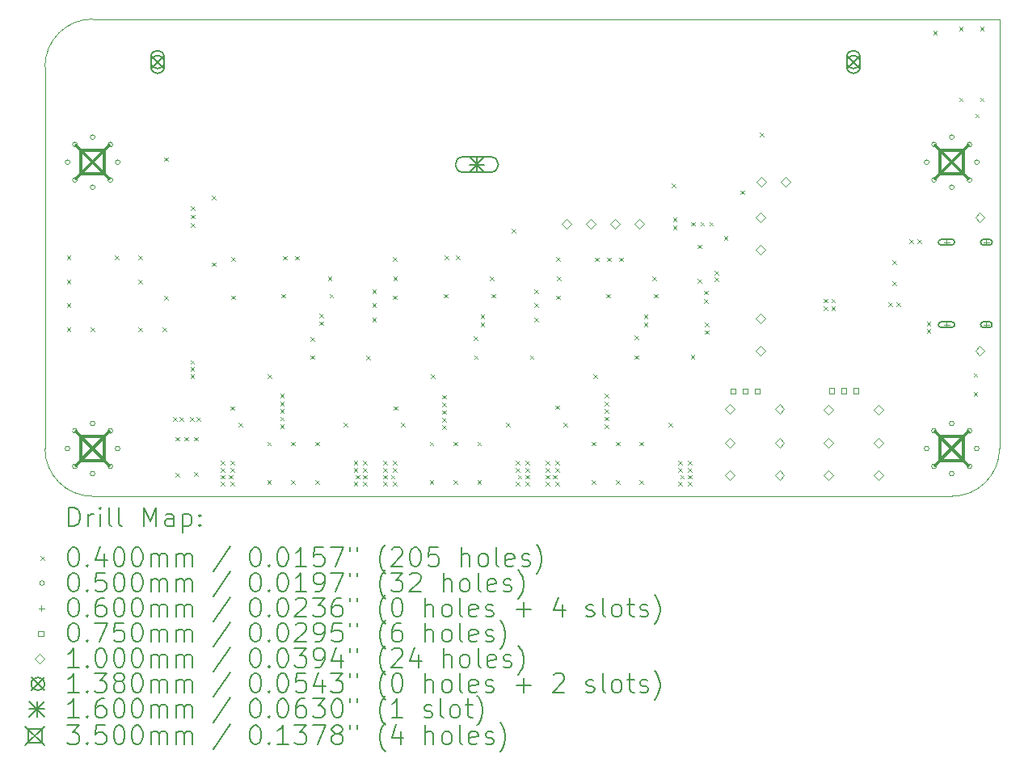
<source format=gbr>
%TF.GenerationSoftware,KiCad,Pcbnew,6.0.7+dfsg-1~bpo11+1*%
%TF.ProjectId,wiscale,77697363-616c-4652-9e6b-696361645f70,1.0a*%
%TF.SameCoordinates,Original*%
%TF.FileFunction,Drillmap*%
%TF.FilePolarity,Positive*%
%FSLAX45Y45*%
G04 Gerber Fmt 4.5, Leading zero omitted, Abs format (unit mm)*
%MOMM*%
%LPD*%
G01*
G04 APERTURE LIST*
%ADD10C,0.100000*%
%ADD11C,0.200000*%
%ADD12C,0.040000*%
%ADD13C,0.050000*%
%ADD14C,0.060000*%
%ADD15C,0.075000*%
%ADD16C,0.138000*%
%ADD17C,0.160000*%
%ADD18C,0.350000*%
G04 APERTURE END LIST*
D10*
X19992000Y-6550000D02*
X19992000Y-11050000D01*
X9992000Y-11050000D02*
X9992000Y-7050000D01*
X19492000Y-11550000D02*
X10492000Y-11550000D01*
X10492000Y-6550000D02*
G75*
G03*
X9992000Y-7050000I0J-500000D01*
G01*
X10492000Y-6550000D02*
X19992000Y-6550000D01*
X19492000Y-11550000D02*
G75*
G03*
X19992000Y-11050000I0J500000D01*
G01*
X9992000Y-11050000D02*
G75*
G03*
X10492000Y-11550000I500000J0D01*
G01*
D11*
D12*
X10222000Y-9030000D02*
X10262000Y-9070000D01*
X10262000Y-9030000D02*
X10222000Y-9070000D01*
X10222000Y-9280000D02*
X10262000Y-9320000D01*
X10262000Y-9280000D02*
X10222000Y-9320000D01*
X10222000Y-9530000D02*
X10262000Y-9570000D01*
X10262000Y-9530000D02*
X10222000Y-9570000D01*
X10222000Y-9780000D02*
X10262000Y-9820000D01*
X10262000Y-9780000D02*
X10222000Y-9820000D01*
X10472000Y-9780000D02*
X10512000Y-9820000D01*
X10512000Y-9780000D02*
X10472000Y-9820000D01*
X10722000Y-9030000D02*
X10762000Y-9070000D01*
X10762000Y-9030000D02*
X10722000Y-9070000D01*
X10972000Y-9030000D02*
X11012000Y-9070000D01*
X11012000Y-9030000D02*
X10972000Y-9070000D01*
X10972000Y-9280000D02*
X11012000Y-9320000D01*
X11012000Y-9280000D02*
X10972000Y-9320000D01*
X10972000Y-9780000D02*
X11012000Y-9820000D01*
X11012000Y-9780000D02*
X10972000Y-9820000D01*
X11222000Y-9780000D02*
X11262000Y-9820000D01*
X11262000Y-9780000D02*
X11222000Y-9820000D01*
X11242250Y-7998571D02*
X11282250Y-8038571D01*
X11282250Y-7998571D02*
X11242250Y-8038571D01*
X11242250Y-9448571D02*
X11282250Y-9488571D01*
X11282250Y-9448571D02*
X11242250Y-9488571D01*
X11332250Y-10718571D02*
X11372250Y-10758571D01*
X11372250Y-10718571D02*
X11332250Y-10758571D01*
X11357000Y-10927321D02*
X11397000Y-10967321D01*
X11397000Y-10927321D02*
X11357000Y-10967321D01*
X11357000Y-11302321D02*
X11397000Y-11342321D01*
X11397000Y-11302321D02*
X11357000Y-11342321D01*
X11402250Y-10718571D02*
X11442250Y-10758571D01*
X11442250Y-10718571D02*
X11402250Y-10758571D01*
X11453500Y-10927321D02*
X11493500Y-10967321D01*
X11493500Y-10927321D02*
X11453500Y-10967321D01*
X11512250Y-10718571D02*
X11552250Y-10758571D01*
X11552250Y-10718571D02*
X11512250Y-10758571D01*
X11517250Y-10123571D02*
X11557250Y-10163571D01*
X11557250Y-10123571D02*
X11517250Y-10163571D01*
X11517250Y-10198571D02*
X11557250Y-10238571D01*
X11557250Y-10198571D02*
X11517250Y-10238571D01*
X11517250Y-10273571D02*
X11557250Y-10313571D01*
X11557250Y-10273571D02*
X11517250Y-10313571D01*
X11522000Y-8510000D02*
X11562000Y-8550000D01*
X11562000Y-8510000D02*
X11522000Y-8550000D01*
X11522000Y-8600000D02*
X11562000Y-8640000D01*
X11562000Y-8600000D02*
X11522000Y-8640000D01*
X11522000Y-8690000D02*
X11562000Y-8730000D01*
X11562000Y-8690000D02*
X11522000Y-8730000D01*
X11557000Y-10927321D02*
X11597000Y-10967321D01*
X11597000Y-10927321D02*
X11557000Y-10967321D01*
X11557000Y-11298571D02*
X11597000Y-11338571D01*
X11597000Y-11298571D02*
X11557000Y-11338571D01*
X11582250Y-10718571D02*
X11622250Y-10758571D01*
X11622250Y-10718571D02*
X11582250Y-10758571D01*
X11742250Y-8398571D02*
X11782250Y-8438571D01*
X11782250Y-8398571D02*
X11742250Y-8438571D01*
X11742250Y-9098571D02*
X11782250Y-9138571D01*
X11782250Y-9098571D02*
X11742250Y-9138571D01*
X11836250Y-11177161D02*
X11876250Y-11217161D01*
X11876250Y-11177161D02*
X11836250Y-11217161D01*
X11836250Y-11257161D02*
X11876250Y-11297161D01*
X11876250Y-11257161D02*
X11836250Y-11297161D01*
X11836250Y-11327161D02*
X11876250Y-11367161D01*
X11876250Y-11327161D02*
X11836250Y-11367161D01*
X11836250Y-11397161D02*
X11876250Y-11437161D01*
X11876250Y-11397161D02*
X11836250Y-11437161D01*
X11916250Y-11327161D02*
X11956250Y-11367161D01*
X11956250Y-11327161D02*
X11916250Y-11367161D01*
X11936250Y-10607161D02*
X11976250Y-10647161D01*
X11976250Y-10607161D02*
X11936250Y-10647161D01*
X11936250Y-11177161D02*
X11976250Y-11217161D01*
X11976250Y-11177161D02*
X11936250Y-11217161D01*
X11936250Y-11257161D02*
X11976250Y-11297161D01*
X11976250Y-11257161D02*
X11936250Y-11297161D01*
X11936250Y-11397161D02*
X11976250Y-11437161D01*
X11976250Y-11397161D02*
X11936250Y-11437161D01*
X11946250Y-9047161D02*
X11986250Y-9087161D01*
X11986250Y-9047161D02*
X11946250Y-9087161D01*
X11946250Y-9447161D02*
X11986250Y-9487161D01*
X11986250Y-9447161D02*
X11946250Y-9487161D01*
X12022000Y-10780000D02*
X12062000Y-10820000D01*
X12062000Y-10780000D02*
X12022000Y-10820000D01*
X12322000Y-10980000D02*
X12362000Y-11020000D01*
X12362000Y-10980000D02*
X12322000Y-11020000D01*
X12322000Y-11380000D02*
X12362000Y-11420000D01*
X12362000Y-11380000D02*
X12322000Y-11420000D01*
X12327500Y-10272774D02*
X12367500Y-10312774D01*
X12367500Y-10272774D02*
X12327500Y-10312774D01*
X12456250Y-10477161D02*
X12496250Y-10517161D01*
X12496250Y-10477161D02*
X12456250Y-10517161D01*
X12456250Y-10557161D02*
X12496250Y-10597161D01*
X12496250Y-10557161D02*
X12456250Y-10597161D01*
X12456250Y-10637161D02*
X12496250Y-10677161D01*
X12496250Y-10637161D02*
X12456250Y-10677161D01*
X12456250Y-10717161D02*
X12496250Y-10757161D01*
X12496250Y-10717161D02*
X12456250Y-10757161D01*
X12456250Y-10797161D02*
X12496250Y-10837161D01*
X12496250Y-10797161D02*
X12456250Y-10837161D01*
X12472000Y-9430000D02*
X12512000Y-9470000D01*
X12512000Y-9430000D02*
X12472000Y-9470000D01*
X12485500Y-9032774D02*
X12525500Y-9072774D01*
X12525500Y-9032774D02*
X12485500Y-9072774D01*
X12572000Y-10980000D02*
X12612000Y-11020000D01*
X12612000Y-10980000D02*
X12572000Y-11020000D01*
X12572000Y-11380000D02*
X12612000Y-11420000D01*
X12612000Y-11380000D02*
X12572000Y-11420000D01*
X12611500Y-9032774D02*
X12651500Y-9072774D01*
X12651500Y-9032774D02*
X12611500Y-9072774D01*
X12773750Y-9879661D02*
X12813750Y-9919661D01*
X12813750Y-9879661D02*
X12773750Y-9919661D01*
X12773750Y-10072774D02*
X12813750Y-10112774D01*
X12813750Y-10072774D02*
X12773750Y-10112774D01*
X12822000Y-10980000D02*
X12862000Y-11020000D01*
X12862000Y-10980000D02*
X12822000Y-11020000D01*
X12822000Y-11380000D02*
X12862000Y-11420000D01*
X12862000Y-11380000D02*
X12822000Y-11420000D01*
X12866250Y-9637161D02*
X12906250Y-9677161D01*
X12906250Y-9637161D02*
X12866250Y-9677161D01*
X12866500Y-9716911D02*
X12906500Y-9756911D01*
X12906500Y-9716911D02*
X12866500Y-9756911D01*
X12956250Y-9247161D02*
X12996250Y-9287161D01*
X12996250Y-9247161D02*
X12956250Y-9287161D01*
X12972000Y-9430000D02*
X13012000Y-9470000D01*
X13012000Y-9430000D02*
X12972000Y-9470000D01*
X13122000Y-10780000D02*
X13162000Y-10820000D01*
X13162000Y-10780000D02*
X13122000Y-10820000D01*
X13226250Y-11177161D02*
X13266250Y-11217161D01*
X13266250Y-11177161D02*
X13226250Y-11217161D01*
X13226250Y-11257161D02*
X13266250Y-11297161D01*
X13266250Y-11257161D02*
X13226250Y-11297161D01*
X13226250Y-11397161D02*
X13266250Y-11437161D01*
X13266250Y-11397161D02*
X13226250Y-11437161D01*
X13246250Y-11327161D02*
X13286250Y-11367161D01*
X13286250Y-11327161D02*
X13246250Y-11367161D01*
X13326250Y-11177161D02*
X13366250Y-11217161D01*
X13366250Y-11177161D02*
X13326250Y-11217161D01*
X13326250Y-11257161D02*
X13366250Y-11297161D01*
X13366250Y-11257161D02*
X13326250Y-11297161D01*
X13326250Y-11327161D02*
X13366250Y-11367161D01*
X13366250Y-11327161D02*
X13326250Y-11367161D01*
X13326250Y-11397161D02*
X13366250Y-11437161D01*
X13366250Y-11397161D02*
X13326250Y-11437161D01*
X13356250Y-10077161D02*
X13396250Y-10117161D01*
X13396250Y-10077161D02*
X13356250Y-10117161D01*
X13422000Y-9380000D02*
X13462000Y-9420000D01*
X13462000Y-9380000D02*
X13422000Y-9420000D01*
X13422000Y-9530000D02*
X13462000Y-9570000D01*
X13462000Y-9530000D02*
X13422000Y-9570000D01*
X13422000Y-9680000D02*
X13462000Y-9720000D01*
X13462000Y-9680000D02*
X13422000Y-9720000D01*
X13536250Y-11177161D02*
X13576250Y-11217161D01*
X13576250Y-11177161D02*
X13536250Y-11217161D01*
X13536250Y-11257161D02*
X13576250Y-11297161D01*
X13576250Y-11257161D02*
X13536250Y-11297161D01*
X13536250Y-11327161D02*
X13576250Y-11367161D01*
X13576250Y-11327161D02*
X13536250Y-11367161D01*
X13536250Y-11397161D02*
X13576250Y-11437161D01*
X13576250Y-11397161D02*
X13536250Y-11437161D01*
X13616250Y-11327161D02*
X13656250Y-11367161D01*
X13656250Y-11327161D02*
X13616250Y-11367161D01*
X13636250Y-9047161D02*
X13676250Y-9087161D01*
X13676250Y-9047161D02*
X13636250Y-9087161D01*
X13636250Y-9447161D02*
X13676250Y-9487161D01*
X13676250Y-9447161D02*
X13636250Y-9487161D01*
X13636250Y-11177161D02*
X13676250Y-11217161D01*
X13676250Y-11177161D02*
X13636250Y-11217161D01*
X13636250Y-11257161D02*
X13676250Y-11297161D01*
X13676250Y-11257161D02*
X13636250Y-11297161D01*
X13636250Y-11397161D02*
X13676250Y-11437161D01*
X13676250Y-11397161D02*
X13636250Y-11437161D01*
X13640589Y-9247774D02*
X13680589Y-9287774D01*
X13680589Y-9247774D02*
X13640589Y-9287774D01*
X13646250Y-10607161D02*
X13686250Y-10647161D01*
X13686250Y-10607161D02*
X13646250Y-10647161D01*
X13722000Y-10780000D02*
X13762000Y-10820000D01*
X13762000Y-10780000D02*
X13722000Y-10820000D01*
X14022000Y-10980000D02*
X14062000Y-11020000D01*
X14062000Y-10980000D02*
X14022000Y-11020000D01*
X14022000Y-11380000D02*
X14062000Y-11420000D01*
X14062000Y-11380000D02*
X14022000Y-11420000D01*
X14033089Y-10272774D02*
X14073089Y-10312774D01*
X14073089Y-10272774D02*
X14033089Y-10312774D01*
X14156250Y-10487161D02*
X14196250Y-10527161D01*
X14196250Y-10487161D02*
X14156250Y-10527161D01*
X14156250Y-10567161D02*
X14196250Y-10607161D01*
X14196250Y-10567161D02*
X14156250Y-10607161D01*
X14156250Y-10648184D02*
X14196250Y-10688184D01*
X14196250Y-10648184D02*
X14156250Y-10688184D01*
X14156250Y-10727161D02*
X14196250Y-10767161D01*
X14196250Y-10727161D02*
X14156250Y-10767161D01*
X14156250Y-10807161D02*
X14196250Y-10847161D01*
X14196250Y-10807161D02*
X14156250Y-10847161D01*
X14172000Y-9430000D02*
X14212000Y-9470000D01*
X14212000Y-9430000D02*
X14172000Y-9470000D01*
X14176250Y-9027161D02*
X14216250Y-9067161D01*
X14216250Y-9027161D02*
X14176250Y-9067161D01*
X14272000Y-10980000D02*
X14312000Y-11020000D01*
X14312000Y-10980000D02*
X14272000Y-11020000D01*
X14272000Y-11380000D02*
X14312000Y-11420000D01*
X14312000Y-11380000D02*
X14272000Y-11420000D01*
X14296250Y-9027161D02*
X14336250Y-9067161D01*
X14336250Y-9027161D02*
X14296250Y-9067161D01*
X14486250Y-9877161D02*
X14526250Y-9917161D01*
X14526250Y-9877161D02*
X14486250Y-9917161D01*
X14489339Y-10072774D02*
X14529339Y-10112774D01*
X14529339Y-10072774D02*
X14489339Y-10112774D01*
X14522000Y-10980000D02*
X14562000Y-11020000D01*
X14562000Y-10980000D02*
X14522000Y-11020000D01*
X14522000Y-11380000D02*
X14562000Y-11420000D01*
X14562000Y-11380000D02*
X14522000Y-11420000D01*
X14556250Y-9647161D02*
X14596250Y-9687161D01*
X14596250Y-9647161D02*
X14556250Y-9687161D01*
X14556250Y-9727161D02*
X14596250Y-9767161D01*
X14596250Y-9727161D02*
X14556250Y-9767161D01*
X14656250Y-9247161D02*
X14696250Y-9287161D01*
X14696250Y-9247161D02*
X14656250Y-9287161D01*
X14672000Y-9430000D02*
X14712000Y-9470000D01*
X14712000Y-9430000D02*
X14672000Y-9470000D01*
X14822000Y-10780000D02*
X14862000Y-10820000D01*
X14862000Y-10780000D02*
X14822000Y-10820000D01*
X14882000Y-8750000D02*
X14922000Y-8790000D01*
X14922000Y-8750000D02*
X14882000Y-8790000D01*
X14926250Y-11177161D02*
X14966250Y-11217161D01*
X14966250Y-11177161D02*
X14926250Y-11217161D01*
X14926250Y-11257161D02*
X14966250Y-11297161D01*
X14966250Y-11257161D02*
X14926250Y-11297161D01*
X14926250Y-11397161D02*
X14966250Y-11437161D01*
X14966250Y-11397161D02*
X14926250Y-11437161D01*
X14946250Y-11327161D02*
X14986250Y-11367161D01*
X14986250Y-11327161D02*
X14946250Y-11367161D01*
X15026250Y-11177161D02*
X15066250Y-11217161D01*
X15066250Y-11177161D02*
X15026250Y-11217161D01*
X15026250Y-11257161D02*
X15066250Y-11297161D01*
X15066250Y-11257161D02*
X15026250Y-11297161D01*
X15026250Y-11327161D02*
X15066250Y-11367161D01*
X15066250Y-11327161D02*
X15026250Y-11367161D01*
X15026250Y-11397161D02*
X15066250Y-11437161D01*
X15066250Y-11397161D02*
X15026250Y-11437161D01*
X15071839Y-10072774D02*
X15111839Y-10112774D01*
X15111839Y-10072774D02*
X15071839Y-10112774D01*
X15122000Y-9380000D02*
X15162000Y-9420000D01*
X15162000Y-9380000D02*
X15122000Y-9420000D01*
X15122000Y-9530000D02*
X15162000Y-9570000D01*
X15162000Y-9530000D02*
X15122000Y-9570000D01*
X15122000Y-9680000D02*
X15162000Y-9720000D01*
X15162000Y-9680000D02*
X15122000Y-9720000D01*
X15236250Y-11177161D02*
X15276250Y-11217161D01*
X15276250Y-11177161D02*
X15236250Y-11217161D01*
X15236250Y-11257161D02*
X15276250Y-11297161D01*
X15276250Y-11257161D02*
X15236250Y-11297161D01*
X15236250Y-11327161D02*
X15276250Y-11367161D01*
X15276250Y-11327161D02*
X15236250Y-11367161D01*
X15236250Y-11397161D02*
X15276250Y-11437161D01*
X15276250Y-11397161D02*
X15236250Y-11437161D01*
X15316250Y-11327161D02*
X15356250Y-11367161D01*
X15356250Y-11327161D02*
X15316250Y-11367161D01*
X15336250Y-10597161D02*
X15376250Y-10637161D01*
X15376250Y-10597161D02*
X15336250Y-10637161D01*
X15336250Y-11177161D02*
X15376250Y-11217161D01*
X15376250Y-11177161D02*
X15336250Y-11217161D01*
X15336250Y-11257161D02*
X15376250Y-11297161D01*
X15376250Y-11257161D02*
X15336250Y-11297161D01*
X15336250Y-11397161D02*
X15376250Y-11437161D01*
X15376250Y-11397161D02*
X15336250Y-11437161D01*
X15346250Y-9047161D02*
X15386250Y-9087161D01*
X15386250Y-9047161D02*
X15346250Y-9087161D01*
X15346250Y-9447161D02*
X15386250Y-9487161D01*
X15386250Y-9447161D02*
X15346250Y-9487161D01*
X15353268Y-9247774D02*
X15393268Y-9287774D01*
X15393268Y-9247774D02*
X15353268Y-9287774D01*
X15422000Y-10780000D02*
X15462000Y-10820000D01*
X15462000Y-10780000D02*
X15422000Y-10820000D01*
X15722000Y-10980000D02*
X15762000Y-11020000D01*
X15762000Y-10980000D02*
X15722000Y-11020000D01*
X15722000Y-11380000D02*
X15762000Y-11420000D01*
X15762000Y-11380000D02*
X15722000Y-11420000D01*
X15736357Y-10272363D02*
X15776357Y-10312363D01*
X15776357Y-10272363D02*
X15736357Y-10312363D01*
X15754518Y-9047774D02*
X15794518Y-9087774D01*
X15794518Y-9047774D02*
X15754518Y-9087774D01*
X15856250Y-10477161D02*
X15896250Y-10517161D01*
X15896250Y-10477161D02*
X15856250Y-10517161D01*
X15856250Y-10557161D02*
X15896250Y-10597161D01*
X15896250Y-10557161D02*
X15856250Y-10597161D01*
X15856250Y-10637161D02*
X15896250Y-10677161D01*
X15896250Y-10637161D02*
X15856250Y-10677161D01*
X15856250Y-10717161D02*
X15896250Y-10757161D01*
X15896250Y-10717161D02*
X15856250Y-10757161D01*
X15856250Y-10797161D02*
X15896250Y-10837161D01*
X15896250Y-10797161D02*
X15856250Y-10837161D01*
X15872000Y-9430000D02*
X15912000Y-9470000D01*
X15912000Y-9430000D02*
X15872000Y-9470000D01*
X15882518Y-9047774D02*
X15922518Y-9087774D01*
X15922518Y-9047774D02*
X15882518Y-9087774D01*
X15972000Y-10980000D02*
X16012000Y-11020000D01*
X16012000Y-10980000D02*
X15972000Y-11020000D01*
X15972000Y-11380000D02*
X16012000Y-11420000D01*
X16012000Y-11380000D02*
X15972000Y-11420000D01*
X16008518Y-9047774D02*
X16048518Y-9087774D01*
X16048518Y-9047774D02*
X16008518Y-9087774D01*
X16166250Y-9867161D02*
X16206250Y-9907161D01*
X16206250Y-9867161D02*
X16166250Y-9907161D01*
X16170768Y-10072774D02*
X16210768Y-10112774D01*
X16210768Y-10072774D02*
X16170768Y-10112774D01*
X16222000Y-10980000D02*
X16262000Y-11020000D01*
X16262000Y-10980000D02*
X16222000Y-11020000D01*
X16222000Y-11380000D02*
X16262000Y-11420000D01*
X16262000Y-11380000D02*
X16222000Y-11420000D01*
X16266250Y-9647161D02*
X16306250Y-9687161D01*
X16306250Y-9647161D02*
X16266250Y-9687161D01*
X16266250Y-9727161D02*
X16306250Y-9767161D01*
X16306250Y-9727161D02*
X16266250Y-9767161D01*
X16356250Y-9247161D02*
X16396250Y-9287161D01*
X16396250Y-9247161D02*
X16356250Y-9287161D01*
X16372000Y-9430000D02*
X16412000Y-9470000D01*
X16412000Y-9430000D02*
X16372000Y-9470000D01*
X16522000Y-10780000D02*
X16562000Y-10820000D01*
X16562000Y-10780000D02*
X16522000Y-10820000D01*
X16558250Y-8276250D02*
X16598250Y-8316250D01*
X16598250Y-8276250D02*
X16558250Y-8316250D01*
X16572000Y-8630000D02*
X16612000Y-8670000D01*
X16612000Y-8630000D02*
X16572000Y-8670000D01*
X16572000Y-8711300D02*
X16612000Y-8751300D01*
X16612000Y-8711300D02*
X16572000Y-8751300D01*
X16626250Y-11177161D02*
X16666250Y-11217161D01*
X16666250Y-11177161D02*
X16626250Y-11217161D01*
X16626250Y-11257161D02*
X16666250Y-11297161D01*
X16666250Y-11257161D02*
X16626250Y-11297161D01*
X16626250Y-11397161D02*
X16666250Y-11437161D01*
X16666250Y-11397161D02*
X16626250Y-11437161D01*
X16646250Y-11327161D02*
X16686250Y-11367161D01*
X16686250Y-11327161D02*
X16646250Y-11367161D01*
X16726250Y-11177161D02*
X16766250Y-11217161D01*
X16766250Y-11177161D02*
X16726250Y-11217161D01*
X16726250Y-11257161D02*
X16766250Y-11297161D01*
X16766250Y-11257161D02*
X16726250Y-11297161D01*
X16726250Y-11327161D02*
X16766250Y-11367161D01*
X16766250Y-11327161D02*
X16726250Y-11367161D01*
X16726250Y-11397161D02*
X16766250Y-11437161D01*
X16766250Y-11397161D02*
X16726250Y-11437161D01*
X16756250Y-10067161D02*
X16796250Y-10107161D01*
X16796250Y-10067161D02*
X16756250Y-10107161D01*
X16762000Y-8676250D02*
X16802000Y-8716250D01*
X16802000Y-8676250D02*
X16762000Y-8716250D01*
X16830460Y-8912740D02*
X16870460Y-8952740D01*
X16870460Y-8912740D02*
X16830460Y-8952740D01*
X16832000Y-9270000D02*
X16872000Y-9310000D01*
X16872000Y-9270000D02*
X16832000Y-9310000D01*
X16858250Y-8676250D02*
X16898250Y-8716250D01*
X16898250Y-8676250D02*
X16858250Y-8716250D01*
X16898250Y-9396250D02*
X16938250Y-9436250D01*
X16938250Y-9396250D02*
X16898250Y-9436250D01*
X16898250Y-9486250D02*
X16938250Y-9526250D01*
X16938250Y-9486250D02*
X16898250Y-9526250D01*
X16905250Y-9730161D02*
X16945250Y-9770161D01*
X16945250Y-9730161D02*
X16905250Y-9770161D01*
X16905250Y-9810161D02*
X16945250Y-9850161D01*
X16945250Y-9810161D02*
X16905250Y-9850161D01*
X16952000Y-8676250D02*
X16992000Y-8716250D01*
X16992000Y-8676250D02*
X16952000Y-8716250D01*
X17008250Y-9186250D02*
X17048250Y-9226250D01*
X17048250Y-9186250D02*
X17008250Y-9226250D01*
X17008250Y-9256250D02*
X17048250Y-9296250D01*
X17048250Y-9256250D02*
X17008250Y-9296250D01*
X17104571Y-8826250D02*
X17144571Y-8866250D01*
X17144571Y-8826250D02*
X17104571Y-8866250D01*
X17278492Y-8345615D02*
X17318492Y-8385615D01*
X17318492Y-8345615D02*
X17278492Y-8385615D01*
X17482250Y-7738571D02*
X17522250Y-7778571D01*
X17522250Y-7738571D02*
X17482250Y-7778571D01*
X18150000Y-9480000D02*
X18190000Y-9520000D01*
X18190000Y-9480000D02*
X18150000Y-9520000D01*
X18150000Y-9560000D02*
X18190000Y-9600000D01*
X18190000Y-9560000D02*
X18150000Y-9600000D01*
X18230000Y-9480000D02*
X18270000Y-9520000D01*
X18270000Y-9480000D02*
X18230000Y-9520000D01*
X18230000Y-9560000D02*
X18270000Y-9600000D01*
X18270000Y-9560000D02*
X18230000Y-9600000D01*
X18830000Y-9520000D02*
X18870000Y-9560000D01*
X18870000Y-9520000D02*
X18830000Y-9560000D01*
X18870000Y-9080000D02*
X18910000Y-9120000D01*
X18910000Y-9080000D02*
X18870000Y-9120000D01*
X18870000Y-9300000D02*
X18910000Y-9340000D01*
X18910000Y-9300000D02*
X18870000Y-9340000D01*
X18910000Y-9520000D02*
X18950000Y-9560000D01*
X18950000Y-9520000D02*
X18910000Y-9560000D01*
X19050000Y-8860000D02*
X19090000Y-8900000D01*
X19090000Y-8860000D02*
X19050000Y-8900000D01*
X19130000Y-8860000D02*
X19170000Y-8900000D01*
X19170000Y-8860000D02*
X19130000Y-8900000D01*
X19230000Y-9720000D02*
X19270000Y-9760000D01*
X19270000Y-9720000D02*
X19230000Y-9760000D01*
X19230000Y-9800000D02*
X19270000Y-9840000D01*
X19270000Y-9800000D02*
X19230000Y-9840000D01*
X19298500Y-6671500D02*
X19338500Y-6711500D01*
X19338500Y-6671500D02*
X19298500Y-6711500D01*
X19568500Y-6631500D02*
X19608500Y-6671500D01*
X19608500Y-6631500D02*
X19568500Y-6671500D01*
X19568500Y-7371500D02*
X19608500Y-7411500D01*
X19608500Y-7371500D02*
X19568500Y-7411500D01*
X19720000Y-10260000D02*
X19760000Y-10300000D01*
X19760000Y-10260000D02*
X19720000Y-10300000D01*
X19720000Y-10460000D02*
X19760000Y-10500000D01*
X19760000Y-10460000D02*
X19720000Y-10500000D01*
X19738500Y-7541500D02*
X19778500Y-7581500D01*
X19778500Y-7541500D02*
X19738500Y-7581500D01*
X19788500Y-6631500D02*
X19828500Y-6671500D01*
X19828500Y-6631500D02*
X19788500Y-6671500D01*
X19788500Y-7371500D02*
X19828500Y-7411500D01*
X19828500Y-7371500D02*
X19788500Y-7411500D01*
D13*
X10254500Y-8050000D02*
G75*
G03*
X10254500Y-8050000I-25000J0D01*
G01*
X10254500Y-11050000D02*
G75*
G03*
X10254500Y-11050000I-25000J0D01*
G01*
X10331385Y-7864384D02*
G75*
G03*
X10331385Y-7864384I-25000J0D01*
G01*
X10331385Y-8235615D02*
G75*
G03*
X10331385Y-8235615I-25000J0D01*
G01*
X10331385Y-10864385D02*
G75*
G03*
X10331385Y-10864385I-25000J0D01*
G01*
X10331385Y-11235615D02*
G75*
G03*
X10331385Y-11235615I-25000J0D01*
G01*
X10517000Y-7787500D02*
G75*
G03*
X10517000Y-7787500I-25000J0D01*
G01*
X10517000Y-8312500D02*
G75*
G03*
X10517000Y-8312500I-25000J0D01*
G01*
X10517000Y-10787500D02*
G75*
G03*
X10517000Y-10787500I-25000J0D01*
G01*
X10517000Y-11312500D02*
G75*
G03*
X10517000Y-11312500I-25000J0D01*
G01*
X10702616Y-7864384D02*
G75*
G03*
X10702616Y-7864384I-25000J0D01*
G01*
X10702616Y-8235615D02*
G75*
G03*
X10702616Y-8235615I-25000J0D01*
G01*
X10702616Y-10864385D02*
G75*
G03*
X10702616Y-10864385I-25000J0D01*
G01*
X10702616Y-11235615D02*
G75*
G03*
X10702616Y-11235615I-25000J0D01*
G01*
X10779500Y-8050000D02*
G75*
G03*
X10779500Y-8050000I-25000J0D01*
G01*
X10779500Y-11050000D02*
G75*
G03*
X10779500Y-11050000I-25000J0D01*
G01*
X19254500Y-8050000D02*
G75*
G03*
X19254500Y-8050000I-25000J0D01*
G01*
X19254500Y-11050000D02*
G75*
G03*
X19254500Y-11050000I-25000J0D01*
G01*
X19331385Y-7864384D02*
G75*
G03*
X19331385Y-7864384I-25000J0D01*
G01*
X19331385Y-8235615D02*
G75*
G03*
X19331385Y-8235615I-25000J0D01*
G01*
X19331385Y-10864385D02*
G75*
G03*
X19331385Y-10864385I-25000J0D01*
G01*
X19331385Y-11235615D02*
G75*
G03*
X19331385Y-11235615I-25000J0D01*
G01*
X19517000Y-7787500D02*
G75*
G03*
X19517000Y-7787500I-25000J0D01*
G01*
X19517000Y-8312500D02*
G75*
G03*
X19517000Y-8312500I-25000J0D01*
G01*
X19517000Y-10787500D02*
G75*
G03*
X19517000Y-10787500I-25000J0D01*
G01*
X19517000Y-11312500D02*
G75*
G03*
X19517000Y-11312500I-25000J0D01*
G01*
X19702616Y-7864384D02*
G75*
G03*
X19702616Y-7864384I-25000J0D01*
G01*
X19702616Y-8235615D02*
G75*
G03*
X19702616Y-8235615I-25000J0D01*
G01*
X19702616Y-10864385D02*
G75*
G03*
X19702616Y-10864385I-25000J0D01*
G01*
X19702616Y-11235615D02*
G75*
G03*
X19702616Y-11235615I-25000J0D01*
G01*
X19779500Y-8050000D02*
G75*
G03*
X19779500Y-8050000I-25000J0D01*
G01*
X19779500Y-11050000D02*
G75*
G03*
X19779500Y-11050000I-25000J0D01*
G01*
D14*
X19437000Y-8858000D02*
X19437000Y-8918000D01*
X19407000Y-8888000D02*
X19467000Y-8888000D01*
D11*
X19382000Y-8918000D02*
X19492000Y-8918000D01*
X19382000Y-8858000D02*
X19492000Y-8858000D01*
X19492000Y-8918000D02*
G75*
G03*
X19492000Y-8858000I0J30000D01*
G01*
X19382000Y-8858000D02*
G75*
G03*
X19382000Y-8918000I0J-30000D01*
G01*
D14*
X19437000Y-9722000D02*
X19437000Y-9782000D01*
X19407000Y-9752000D02*
X19467000Y-9752000D01*
D11*
X19382000Y-9782000D02*
X19492000Y-9782000D01*
X19382000Y-9722000D02*
X19492000Y-9722000D01*
X19492000Y-9782000D02*
G75*
G03*
X19492000Y-9722000I0J30000D01*
G01*
X19382000Y-9722000D02*
G75*
G03*
X19382000Y-9782000I0J-30000D01*
G01*
D14*
X19855000Y-8858000D02*
X19855000Y-8918000D01*
X19825000Y-8888000D02*
X19885000Y-8888000D01*
D11*
X19825000Y-8918000D02*
X19885000Y-8918000D01*
X19825000Y-8858000D02*
X19885000Y-8858000D01*
X19885000Y-8918000D02*
G75*
G03*
X19885000Y-8858000I0J30000D01*
G01*
X19825000Y-8858000D02*
G75*
G03*
X19825000Y-8918000I0J-30000D01*
G01*
D14*
X19855000Y-9722000D02*
X19855000Y-9782000D01*
X19825000Y-9752000D02*
X19885000Y-9752000D01*
D11*
X19825000Y-9782000D02*
X19885000Y-9782000D01*
X19825000Y-9722000D02*
X19885000Y-9722000D01*
X19885000Y-9782000D02*
G75*
G03*
X19885000Y-9722000I0J30000D01*
G01*
X19825000Y-9722000D02*
G75*
G03*
X19825000Y-9782000I0J-30000D01*
G01*
D15*
X17227178Y-10476588D02*
X17227178Y-10423555D01*
X17174144Y-10423555D01*
X17174144Y-10476588D01*
X17227178Y-10476588D01*
X17354178Y-10476588D02*
X17354178Y-10423555D01*
X17301144Y-10423555D01*
X17301144Y-10476588D01*
X17354178Y-10476588D01*
X17481178Y-10476588D02*
X17481178Y-10423555D01*
X17428144Y-10423555D01*
X17428144Y-10476588D01*
X17481178Y-10476588D01*
X18261767Y-10470588D02*
X18261767Y-10417555D01*
X18208733Y-10417555D01*
X18208733Y-10470588D01*
X18261767Y-10470588D01*
X18388767Y-10470588D02*
X18388767Y-10417555D01*
X18335733Y-10417555D01*
X18335733Y-10470588D01*
X18388767Y-10470588D01*
X18515767Y-10470588D02*
X18515767Y-10417555D01*
X18462733Y-10417555D01*
X18462733Y-10470588D01*
X18515767Y-10470588D01*
D10*
X15457250Y-8743571D02*
X15507250Y-8693571D01*
X15457250Y-8643571D01*
X15407250Y-8693571D01*
X15457250Y-8743571D01*
X15711250Y-8743571D02*
X15761250Y-8693571D01*
X15711250Y-8643571D01*
X15661250Y-8693571D01*
X15711250Y-8743571D01*
X15965250Y-8743571D02*
X16015250Y-8693571D01*
X15965250Y-8643571D01*
X15915250Y-8693571D01*
X15965250Y-8743571D01*
X16219250Y-8743571D02*
X16269250Y-8693571D01*
X16219250Y-8643571D01*
X16169250Y-8693571D01*
X16219250Y-8743571D01*
X17167661Y-10687571D02*
X17217661Y-10637571D01*
X17167661Y-10587571D01*
X17117661Y-10637571D01*
X17167661Y-10687571D01*
X17167661Y-11037571D02*
X17217661Y-10987571D01*
X17167661Y-10937571D01*
X17117661Y-10987571D01*
X17167661Y-11037571D01*
X17167661Y-11377571D02*
X17217661Y-11327571D01*
X17167661Y-11277571D01*
X17117661Y-11327571D01*
X17167661Y-11377571D01*
X17487000Y-8675000D02*
X17537000Y-8625000D01*
X17487000Y-8575000D01*
X17437000Y-8625000D01*
X17487000Y-8675000D01*
X17487000Y-9015000D02*
X17537000Y-8965000D01*
X17487000Y-8915000D01*
X17437000Y-8965000D01*
X17487000Y-9015000D01*
X17487000Y-9735000D02*
X17537000Y-9685000D01*
X17487000Y-9635000D01*
X17437000Y-9685000D01*
X17487000Y-9735000D01*
X17487000Y-10075000D02*
X17537000Y-10025000D01*
X17487000Y-9975000D01*
X17437000Y-10025000D01*
X17487000Y-10075000D01*
X17498250Y-8308750D02*
X17548250Y-8258750D01*
X17498250Y-8208750D01*
X17448250Y-8258750D01*
X17498250Y-8308750D01*
X17687661Y-10687571D02*
X17737661Y-10637571D01*
X17687661Y-10587571D01*
X17637661Y-10637571D01*
X17687661Y-10687571D01*
X17687661Y-11037571D02*
X17737661Y-10987571D01*
X17687661Y-10937571D01*
X17637661Y-10987571D01*
X17687661Y-11037571D01*
X17687661Y-11377571D02*
X17737661Y-11327571D01*
X17687661Y-11277571D01*
X17637661Y-11327571D01*
X17687661Y-11377571D01*
X17752250Y-8308750D02*
X17802250Y-8258750D01*
X17752250Y-8208750D01*
X17702250Y-8258750D01*
X17752250Y-8308750D01*
X18202250Y-10690071D02*
X18252250Y-10640071D01*
X18202250Y-10590071D01*
X18152250Y-10640071D01*
X18202250Y-10690071D01*
X18202250Y-11040071D02*
X18252250Y-10990071D01*
X18202250Y-10940071D01*
X18152250Y-10990071D01*
X18202250Y-11040071D01*
X18202250Y-11380071D02*
X18252250Y-11330071D01*
X18202250Y-11280071D01*
X18152250Y-11330071D01*
X18202250Y-11380071D01*
X18722250Y-10690071D02*
X18772250Y-10640071D01*
X18722250Y-10590071D01*
X18672250Y-10640071D01*
X18722250Y-10690071D01*
X18722250Y-11040071D02*
X18772250Y-10990071D01*
X18722250Y-10940071D01*
X18672250Y-10990071D01*
X18722250Y-11040071D01*
X18722250Y-11380071D02*
X18772250Y-11330071D01*
X18722250Y-11280071D01*
X18672250Y-11330071D01*
X18722250Y-11380071D01*
X19787000Y-8675000D02*
X19837000Y-8625000D01*
X19787000Y-8575000D01*
X19737000Y-8625000D01*
X19787000Y-8675000D01*
X19787000Y-10075000D02*
X19837000Y-10025000D01*
X19787000Y-9975000D01*
X19737000Y-10025000D01*
X19787000Y-10075000D01*
D16*
X11103000Y-6931000D02*
X11241000Y-7069000D01*
X11241000Y-6931000D02*
X11103000Y-7069000D01*
X11241000Y-7000000D02*
G75*
G03*
X11241000Y-7000000I-69000J0D01*
G01*
D11*
X11103000Y-6949000D02*
X11103000Y-7051000D01*
X11241000Y-6949000D02*
X11241000Y-7051000D01*
X11103000Y-7051000D02*
G75*
G03*
X11241000Y-7051000I69000J0D01*
G01*
X11241000Y-6949000D02*
G75*
G03*
X11103000Y-6949000I-69000J0D01*
G01*
D16*
X18393000Y-6931000D02*
X18531000Y-7069000D01*
X18531000Y-6931000D02*
X18393000Y-7069000D01*
X18531000Y-7000000D02*
G75*
G03*
X18531000Y-7000000I-69000J0D01*
G01*
D11*
X18393000Y-6949000D02*
X18393000Y-7051000D01*
X18531000Y-6949000D02*
X18531000Y-7051000D01*
X18393000Y-7051000D02*
G75*
G03*
X18531000Y-7051000I69000J0D01*
G01*
X18531000Y-6949000D02*
G75*
G03*
X18393000Y-6949000I-69000J0D01*
G01*
D17*
X14437000Y-7995000D02*
X14597000Y-8155000D01*
X14597000Y-7995000D02*
X14437000Y-8155000D01*
X14517000Y-7995000D02*
X14517000Y-8155000D01*
X14437000Y-8075000D02*
X14597000Y-8075000D01*
D11*
X14662000Y-7995000D02*
X14372000Y-7995000D01*
X14662000Y-8155000D02*
X14372000Y-8155000D01*
X14372000Y-7995000D02*
G75*
G03*
X14372000Y-8155000I0J-80000D01*
G01*
X14662000Y-8155000D02*
G75*
G03*
X14662000Y-7995000I0J80000D01*
G01*
D18*
X10317000Y-7875000D02*
X10667000Y-8225000D01*
X10667000Y-7875000D02*
X10317000Y-8225000D01*
X10615745Y-8173745D02*
X10615745Y-7926255D01*
X10368255Y-7926255D01*
X10368255Y-8173745D01*
X10615745Y-8173745D01*
X10317000Y-10875000D02*
X10667000Y-11225000D01*
X10667000Y-10875000D02*
X10317000Y-11225000D01*
X10615745Y-11173745D02*
X10615745Y-10926255D01*
X10368255Y-10926255D01*
X10368255Y-11173745D01*
X10615745Y-11173745D01*
X19317000Y-7875000D02*
X19667000Y-8225000D01*
X19667000Y-7875000D02*
X19317000Y-8225000D01*
X19615745Y-8173745D02*
X19615745Y-7926255D01*
X19368255Y-7926255D01*
X19368255Y-8173745D01*
X19615745Y-8173745D01*
X19317000Y-10875000D02*
X19667000Y-11225000D01*
X19667000Y-10875000D02*
X19317000Y-11225000D01*
X19615745Y-11173745D02*
X19615745Y-10926255D01*
X19368255Y-10926255D01*
X19368255Y-11173745D01*
X19615745Y-11173745D01*
D11*
X10244619Y-11865476D02*
X10244619Y-11665476D01*
X10292238Y-11665476D01*
X10320810Y-11675000D01*
X10339857Y-11694048D01*
X10349381Y-11713095D01*
X10358905Y-11751190D01*
X10358905Y-11779762D01*
X10349381Y-11817857D01*
X10339857Y-11836905D01*
X10320810Y-11855952D01*
X10292238Y-11865476D01*
X10244619Y-11865476D01*
X10444619Y-11865476D02*
X10444619Y-11732143D01*
X10444619Y-11770238D02*
X10454143Y-11751190D01*
X10463667Y-11741667D01*
X10482714Y-11732143D01*
X10501762Y-11732143D01*
X10568429Y-11865476D02*
X10568429Y-11732143D01*
X10568429Y-11665476D02*
X10558905Y-11675000D01*
X10568429Y-11684524D01*
X10577952Y-11675000D01*
X10568429Y-11665476D01*
X10568429Y-11684524D01*
X10692238Y-11865476D02*
X10673190Y-11855952D01*
X10663667Y-11836905D01*
X10663667Y-11665476D01*
X10797000Y-11865476D02*
X10777952Y-11855952D01*
X10768429Y-11836905D01*
X10768429Y-11665476D01*
X11025571Y-11865476D02*
X11025571Y-11665476D01*
X11092238Y-11808333D01*
X11158905Y-11665476D01*
X11158905Y-11865476D01*
X11339857Y-11865476D02*
X11339857Y-11760714D01*
X11330333Y-11741667D01*
X11311286Y-11732143D01*
X11273190Y-11732143D01*
X11254143Y-11741667D01*
X11339857Y-11855952D02*
X11320809Y-11865476D01*
X11273190Y-11865476D01*
X11254143Y-11855952D01*
X11244619Y-11836905D01*
X11244619Y-11817857D01*
X11254143Y-11798809D01*
X11273190Y-11789286D01*
X11320809Y-11789286D01*
X11339857Y-11779762D01*
X11435095Y-11732143D02*
X11435095Y-11932143D01*
X11435095Y-11741667D02*
X11454143Y-11732143D01*
X11492238Y-11732143D01*
X11511286Y-11741667D01*
X11520809Y-11751190D01*
X11530333Y-11770238D01*
X11530333Y-11827381D01*
X11520809Y-11846428D01*
X11511286Y-11855952D01*
X11492238Y-11865476D01*
X11454143Y-11865476D01*
X11435095Y-11855952D01*
X11616048Y-11846428D02*
X11625571Y-11855952D01*
X11616048Y-11865476D01*
X11606524Y-11855952D01*
X11616048Y-11846428D01*
X11616048Y-11865476D01*
X11616048Y-11741667D02*
X11625571Y-11751190D01*
X11616048Y-11760714D01*
X11606524Y-11751190D01*
X11616048Y-11741667D01*
X11616048Y-11760714D01*
D12*
X9947000Y-12175000D02*
X9987000Y-12215000D01*
X9987000Y-12175000D02*
X9947000Y-12215000D01*
D11*
X10282714Y-12085476D02*
X10301762Y-12085476D01*
X10320810Y-12095000D01*
X10330333Y-12104524D01*
X10339857Y-12123571D01*
X10349381Y-12161667D01*
X10349381Y-12209286D01*
X10339857Y-12247381D01*
X10330333Y-12266428D01*
X10320810Y-12275952D01*
X10301762Y-12285476D01*
X10282714Y-12285476D01*
X10263667Y-12275952D01*
X10254143Y-12266428D01*
X10244619Y-12247381D01*
X10235095Y-12209286D01*
X10235095Y-12161667D01*
X10244619Y-12123571D01*
X10254143Y-12104524D01*
X10263667Y-12095000D01*
X10282714Y-12085476D01*
X10435095Y-12266428D02*
X10444619Y-12275952D01*
X10435095Y-12285476D01*
X10425571Y-12275952D01*
X10435095Y-12266428D01*
X10435095Y-12285476D01*
X10616048Y-12152143D02*
X10616048Y-12285476D01*
X10568429Y-12075952D02*
X10520810Y-12218809D01*
X10644619Y-12218809D01*
X10758905Y-12085476D02*
X10777952Y-12085476D01*
X10797000Y-12095000D01*
X10806524Y-12104524D01*
X10816048Y-12123571D01*
X10825571Y-12161667D01*
X10825571Y-12209286D01*
X10816048Y-12247381D01*
X10806524Y-12266428D01*
X10797000Y-12275952D01*
X10777952Y-12285476D01*
X10758905Y-12285476D01*
X10739857Y-12275952D01*
X10730333Y-12266428D01*
X10720810Y-12247381D01*
X10711286Y-12209286D01*
X10711286Y-12161667D01*
X10720810Y-12123571D01*
X10730333Y-12104524D01*
X10739857Y-12095000D01*
X10758905Y-12085476D01*
X10949381Y-12085476D02*
X10968429Y-12085476D01*
X10987476Y-12095000D01*
X10997000Y-12104524D01*
X11006524Y-12123571D01*
X11016048Y-12161667D01*
X11016048Y-12209286D01*
X11006524Y-12247381D01*
X10997000Y-12266428D01*
X10987476Y-12275952D01*
X10968429Y-12285476D01*
X10949381Y-12285476D01*
X10930333Y-12275952D01*
X10920810Y-12266428D01*
X10911286Y-12247381D01*
X10901762Y-12209286D01*
X10901762Y-12161667D01*
X10911286Y-12123571D01*
X10920810Y-12104524D01*
X10930333Y-12095000D01*
X10949381Y-12085476D01*
X11101762Y-12285476D02*
X11101762Y-12152143D01*
X11101762Y-12171190D02*
X11111286Y-12161667D01*
X11130333Y-12152143D01*
X11158905Y-12152143D01*
X11177952Y-12161667D01*
X11187476Y-12180714D01*
X11187476Y-12285476D01*
X11187476Y-12180714D02*
X11197000Y-12161667D01*
X11216048Y-12152143D01*
X11244619Y-12152143D01*
X11263667Y-12161667D01*
X11273190Y-12180714D01*
X11273190Y-12285476D01*
X11368428Y-12285476D02*
X11368428Y-12152143D01*
X11368428Y-12171190D02*
X11377952Y-12161667D01*
X11397000Y-12152143D01*
X11425571Y-12152143D01*
X11444619Y-12161667D01*
X11454143Y-12180714D01*
X11454143Y-12285476D01*
X11454143Y-12180714D02*
X11463667Y-12161667D01*
X11482714Y-12152143D01*
X11511286Y-12152143D01*
X11530333Y-12161667D01*
X11539857Y-12180714D01*
X11539857Y-12285476D01*
X11930333Y-12075952D02*
X11758905Y-12333095D01*
X12187476Y-12085476D02*
X12206524Y-12085476D01*
X12225571Y-12095000D01*
X12235095Y-12104524D01*
X12244619Y-12123571D01*
X12254143Y-12161667D01*
X12254143Y-12209286D01*
X12244619Y-12247381D01*
X12235095Y-12266428D01*
X12225571Y-12275952D01*
X12206524Y-12285476D01*
X12187476Y-12285476D01*
X12168428Y-12275952D01*
X12158905Y-12266428D01*
X12149381Y-12247381D01*
X12139857Y-12209286D01*
X12139857Y-12161667D01*
X12149381Y-12123571D01*
X12158905Y-12104524D01*
X12168428Y-12095000D01*
X12187476Y-12085476D01*
X12339857Y-12266428D02*
X12349381Y-12275952D01*
X12339857Y-12285476D01*
X12330333Y-12275952D01*
X12339857Y-12266428D01*
X12339857Y-12285476D01*
X12473190Y-12085476D02*
X12492238Y-12085476D01*
X12511286Y-12095000D01*
X12520809Y-12104524D01*
X12530333Y-12123571D01*
X12539857Y-12161667D01*
X12539857Y-12209286D01*
X12530333Y-12247381D01*
X12520809Y-12266428D01*
X12511286Y-12275952D01*
X12492238Y-12285476D01*
X12473190Y-12285476D01*
X12454143Y-12275952D01*
X12444619Y-12266428D01*
X12435095Y-12247381D01*
X12425571Y-12209286D01*
X12425571Y-12161667D01*
X12435095Y-12123571D01*
X12444619Y-12104524D01*
X12454143Y-12095000D01*
X12473190Y-12085476D01*
X12730333Y-12285476D02*
X12616048Y-12285476D01*
X12673190Y-12285476D02*
X12673190Y-12085476D01*
X12654143Y-12114048D01*
X12635095Y-12133095D01*
X12616048Y-12142619D01*
X12911286Y-12085476D02*
X12816048Y-12085476D01*
X12806524Y-12180714D01*
X12816048Y-12171190D01*
X12835095Y-12161667D01*
X12882714Y-12161667D01*
X12901762Y-12171190D01*
X12911286Y-12180714D01*
X12920809Y-12199762D01*
X12920809Y-12247381D01*
X12911286Y-12266428D01*
X12901762Y-12275952D01*
X12882714Y-12285476D01*
X12835095Y-12285476D01*
X12816048Y-12275952D01*
X12806524Y-12266428D01*
X12987476Y-12085476D02*
X13120809Y-12085476D01*
X13035095Y-12285476D01*
X13187476Y-12085476D02*
X13187476Y-12123571D01*
X13263667Y-12085476D02*
X13263667Y-12123571D01*
X13558905Y-12361667D02*
X13549381Y-12352143D01*
X13530333Y-12323571D01*
X13520809Y-12304524D01*
X13511286Y-12275952D01*
X13501762Y-12228333D01*
X13501762Y-12190238D01*
X13511286Y-12142619D01*
X13520809Y-12114048D01*
X13530333Y-12095000D01*
X13549381Y-12066428D01*
X13558905Y-12056905D01*
X13625571Y-12104524D02*
X13635095Y-12095000D01*
X13654143Y-12085476D01*
X13701762Y-12085476D01*
X13720809Y-12095000D01*
X13730333Y-12104524D01*
X13739857Y-12123571D01*
X13739857Y-12142619D01*
X13730333Y-12171190D01*
X13616048Y-12285476D01*
X13739857Y-12285476D01*
X13863667Y-12085476D02*
X13882714Y-12085476D01*
X13901762Y-12095000D01*
X13911286Y-12104524D01*
X13920809Y-12123571D01*
X13930333Y-12161667D01*
X13930333Y-12209286D01*
X13920809Y-12247381D01*
X13911286Y-12266428D01*
X13901762Y-12275952D01*
X13882714Y-12285476D01*
X13863667Y-12285476D01*
X13844619Y-12275952D01*
X13835095Y-12266428D01*
X13825571Y-12247381D01*
X13816048Y-12209286D01*
X13816048Y-12161667D01*
X13825571Y-12123571D01*
X13835095Y-12104524D01*
X13844619Y-12095000D01*
X13863667Y-12085476D01*
X14111286Y-12085476D02*
X14016048Y-12085476D01*
X14006524Y-12180714D01*
X14016048Y-12171190D01*
X14035095Y-12161667D01*
X14082714Y-12161667D01*
X14101762Y-12171190D01*
X14111286Y-12180714D01*
X14120809Y-12199762D01*
X14120809Y-12247381D01*
X14111286Y-12266428D01*
X14101762Y-12275952D01*
X14082714Y-12285476D01*
X14035095Y-12285476D01*
X14016048Y-12275952D01*
X14006524Y-12266428D01*
X14358905Y-12285476D02*
X14358905Y-12085476D01*
X14444619Y-12285476D02*
X14444619Y-12180714D01*
X14435095Y-12161667D01*
X14416048Y-12152143D01*
X14387476Y-12152143D01*
X14368428Y-12161667D01*
X14358905Y-12171190D01*
X14568428Y-12285476D02*
X14549381Y-12275952D01*
X14539857Y-12266428D01*
X14530333Y-12247381D01*
X14530333Y-12190238D01*
X14539857Y-12171190D01*
X14549381Y-12161667D01*
X14568428Y-12152143D01*
X14597000Y-12152143D01*
X14616048Y-12161667D01*
X14625571Y-12171190D01*
X14635095Y-12190238D01*
X14635095Y-12247381D01*
X14625571Y-12266428D01*
X14616048Y-12275952D01*
X14597000Y-12285476D01*
X14568428Y-12285476D01*
X14749381Y-12285476D02*
X14730333Y-12275952D01*
X14720809Y-12256905D01*
X14720809Y-12085476D01*
X14901762Y-12275952D02*
X14882714Y-12285476D01*
X14844619Y-12285476D01*
X14825571Y-12275952D01*
X14816048Y-12256905D01*
X14816048Y-12180714D01*
X14825571Y-12161667D01*
X14844619Y-12152143D01*
X14882714Y-12152143D01*
X14901762Y-12161667D01*
X14911286Y-12180714D01*
X14911286Y-12199762D01*
X14816048Y-12218809D01*
X14987476Y-12275952D02*
X15006524Y-12285476D01*
X15044619Y-12285476D01*
X15063667Y-12275952D01*
X15073190Y-12256905D01*
X15073190Y-12247381D01*
X15063667Y-12228333D01*
X15044619Y-12218809D01*
X15016048Y-12218809D01*
X14997000Y-12209286D01*
X14987476Y-12190238D01*
X14987476Y-12180714D01*
X14997000Y-12161667D01*
X15016048Y-12152143D01*
X15044619Y-12152143D01*
X15063667Y-12161667D01*
X15139857Y-12361667D02*
X15149381Y-12352143D01*
X15168428Y-12323571D01*
X15177952Y-12304524D01*
X15187476Y-12275952D01*
X15197000Y-12228333D01*
X15197000Y-12190238D01*
X15187476Y-12142619D01*
X15177952Y-12114048D01*
X15168428Y-12095000D01*
X15149381Y-12066428D01*
X15139857Y-12056905D01*
D13*
X9987000Y-12459000D02*
G75*
G03*
X9987000Y-12459000I-25000J0D01*
G01*
D11*
X10282714Y-12349476D02*
X10301762Y-12349476D01*
X10320810Y-12359000D01*
X10330333Y-12368524D01*
X10339857Y-12387571D01*
X10349381Y-12425667D01*
X10349381Y-12473286D01*
X10339857Y-12511381D01*
X10330333Y-12530428D01*
X10320810Y-12539952D01*
X10301762Y-12549476D01*
X10282714Y-12549476D01*
X10263667Y-12539952D01*
X10254143Y-12530428D01*
X10244619Y-12511381D01*
X10235095Y-12473286D01*
X10235095Y-12425667D01*
X10244619Y-12387571D01*
X10254143Y-12368524D01*
X10263667Y-12359000D01*
X10282714Y-12349476D01*
X10435095Y-12530428D02*
X10444619Y-12539952D01*
X10435095Y-12549476D01*
X10425571Y-12539952D01*
X10435095Y-12530428D01*
X10435095Y-12549476D01*
X10625571Y-12349476D02*
X10530333Y-12349476D01*
X10520810Y-12444714D01*
X10530333Y-12435190D01*
X10549381Y-12425667D01*
X10597000Y-12425667D01*
X10616048Y-12435190D01*
X10625571Y-12444714D01*
X10635095Y-12463762D01*
X10635095Y-12511381D01*
X10625571Y-12530428D01*
X10616048Y-12539952D01*
X10597000Y-12549476D01*
X10549381Y-12549476D01*
X10530333Y-12539952D01*
X10520810Y-12530428D01*
X10758905Y-12349476D02*
X10777952Y-12349476D01*
X10797000Y-12359000D01*
X10806524Y-12368524D01*
X10816048Y-12387571D01*
X10825571Y-12425667D01*
X10825571Y-12473286D01*
X10816048Y-12511381D01*
X10806524Y-12530428D01*
X10797000Y-12539952D01*
X10777952Y-12549476D01*
X10758905Y-12549476D01*
X10739857Y-12539952D01*
X10730333Y-12530428D01*
X10720810Y-12511381D01*
X10711286Y-12473286D01*
X10711286Y-12425667D01*
X10720810Y-12387571D01*
X10730333Y-12368524D01*
X10739857Y-12359000D01*
X10758905Y-12349476D01*
X10949381Y-12349476D02*
X10968429Y-12349476D01*
X10987476Y-12359000D01*
X10997000Y-12368524D01*
X11006524Y-12387571D01*
X11016048Y-12425667D01*
X11016048Y-12473286D01*
X11006524Y-12511381D01*
X10997000Y-12530428D01*
X10987476Y-12539952D01*
X10968429Y-12549476D01*
X10949381Y-12549476D01*
X10930333Y-12539952D01*
X10920810Y-12530428D01*
X10911286Y-12511381D01*
X10901762Y-12473286D01*
X10901762Y-12425667D01*
X10911286Y-12387571D01*
X10920810Y-12368524D01*
X10930333Y-12359000D01*
X10949381Y-12349476D01*
X11101762Y-12549476D02*
X11101762Y-12416143D01*
X11101762Y-12435190D02*
X11111286Y-12425667D01*
X11130333Y-12416143D01*
X11158905Y-12416143D01*
X11177952Y-12425667D01*
X11187476Y-12444714D01*
X11187476Y-12549476D01*
X11187476Y-12444714D02*
X11197000Y-12425667D01*
X11216048Y-12416143D01*
X11244619Y-12416143D01*
X11263667Y-12425667D01*
X11273190Y-12444714D01*
X11273190Y-12549476D01*
X11368428Y-12549476D02*
X11368428Y-12416143D01*
X11368428Y-12435190D02*
X11377952Y-12425667D01*
X11397000Y-12416143D01*
X11425571Y-12416143D01*
X11444619Y-12425667D01*
X11454143Y-12444714D01*
X11454143Y-12549476D01*
X11454143Y-12444714D02*
X11463667Y-12425667D01*
X11482714Y-12416143D01*
X11511286Y-12416143D01*
X11530333Y-12425667D01*
X11539857Y-12444714D01*
X11539857Y-12549476D01*
X11930333Y-12339952D02*
X11758905Y-12597095D01*
X12187476Y-12349476D02*
X12206524Y-12349476D01*
X12225571Y-12359000D01*
X12235095Y-12368524D01*
X12244619Y-12387571D01*
X12254143Y-12425667D01*
X12254143Y-12473286D01*
X12244619Y-12511381D01*
X12235095Y-12530428D01*
X12225571Y-12539952D01*
X12206524Y-12549476D01*
X12187476Y-12549476D01*
X12168428Y-12539952D01*
X12158905Y-12530428D01*
X12149381Y-12511381D01*
X12139857Y-12473286D01*
X12139857Y-12425667D01*
X12149381Y-12387571D01*
X12158905Y-12368524D01*
X12168428Y-12359000D01*
X12187476Y-12349476D01*
X12339857Y-12530428D02*
X12349381Y-12539952D01*
X12339857Y-12549476D01*
X12330333Y-12539952D01*
X12339857Y-12530428D01*
X12339857Y-12549476D01*
X12473190Y-12349476D02*
X12492238Y-12349476D01*
X12511286Y-12359000D01*
X12520809Y-12368524D01*
X12530333Y-12387571D01*
X12539857Y-12425667D01*
X12539857Y-12473286D01*
X12530333Y-12511381D01*
X12520809Y-12530428D01*
X12511286Y-12539952D01*
X12492238Y-12549476D01*
X12473190Y-12549476D01*
X12454143Y-12539952D01*
X12444619Y-12530428D01*
X12435095Y-12511381D01*
X12425571Y-12473286D01*
X12425571Y-12425667D01*
X12435095Y-12387571D01*
X12444619Y-12368524D01*
X12454143Y-12359000D01*
X12473190Y-12349476D01*
X12730333Y-12549476D02*
X12616048Y-12549476D01*
X12673190Y-12549476D02*
X12673190Y-12349476D01*
X12654143Y-12378048D01*
X12635095Y-12397095D01*
X12616048Y-12406619D01*
X12825571Y-12549476D02*
X12863667Y-12549476D01*
X12882714Y-12539952D01*
X12892238Y-12530428D01*
X12911286Y-12501857D01*
X12920809Y-12463762D01*
X12920809Y-12387571D01*
X12911286Y-12368524D01*
X12901762Y-12359000D01*
X12882714Y-12349476D01*
X12844619Y-12349476D01*
X12825571Y-12359000D01*
X12816048Y-12368524D01*
X12806524Y-12387571D01*
X12806524Y-12435190D01*
X12816048Y-12454238D01*
X12825571Y-12463762D01*
X12844619Y-12473286D01*
X12882714Y-12473286D01*
X12901762Y-12463762D01*
X12911286Y-12454238D01*
X12920809Y-12435190D01*
X12987476Y-12349476D02*
X13120809Y-12349476D01*
X13035095Y-12549476D01*
X13187476Y-12349476D02*
X13187476Y-12387571D01*
X13263667Y-12349476D02*
X13263667Y-12387571D01*
X13558905Y-12625667D02*
X13549381Y-12616143D01*
X13530333Y-12587571D01*
X13520809Y-12568524D01*
X13511286Y-12539952D01*
X13501762Y-12492333D01*
X13501762Y-12454238D01*
X13511286Y-12406619D01*
X13520809Y-12378048D01*
X13530333Y-12359000D01*
X13549381Y-12330428D01*
X13558905Y-12320905D01*
X13616048Y-12349476D02*
X13739857Y-12349476D01*
X13673190Y-12425667D01*
X13701762Y-12425667D01*
X13720809Y-12435190D01*
X13730333Y-12444714D01*
X13739857Y-12463762D01*
X13739857Y-12511381D01*
X13730333Y-12530428D01*
X13720809Y-12539952D01*
X13701762Y-12549476D01*
X13644619Y-12549476D01*
X13625571Y-12539952D01*
X13616048Y-12530428D01*
X13816048Y-12368524D02*
X13825571Y-12359000D01*
X13844619Y-12349476D01*
X13892238Y-12349476D01*
X13911286Y-12359000D01*
X13920809Y-12368524D01*
X13930333Y-12387571D01*
X13930333Y-12406619D01*
X13920809Y-12435190D01*
X13806524Y-12549476D01*
X13930333Y-12549476D01*
X14168428Y-12549476D02*
X14168428Y-12349476D01*
X14254143Y-12549476D02*
X14254143Y-12444714D01*
X14244619Y-12425667D01*
X14225571Y-12416143D01*
X14197000Y-12416143D01*
X14177952Y-12425667D01*
X14168428Y-12435190D01*
X14377952Y-12549476D02*
X14358905Y-12539952D01*
X14349381Y-12530428D01*
X14339857Y-12511381D01*
X14339857Y-12454238D01*
X14349381Y-12435190D01*
X14358905Y-12425667D01*
X14377952Y-12416143D01*
X14406524Y-12416143D01*
X14425571Y-12425667D01*
X14435095Y-12435190D01*
X14444619Y-12454238D01*
X14444619Y-12511381D01*
X14435095Y-12530428D01*
X14425571Y-12539952D01*
X14406524Y-12549476D01*
X14377952Y-12549476D01*
X14558905Y-12549476D02*
X14539857Y-12539952D01*
X14530333Y-12520905D01*
X14530333Y-12349476D01*
X14711286Y-12539952D02*
X14692238Y-12549476D01*
X14654143Y-12549476D01*
X14635095Y-12539952D01*
X14625571Y-12520905D01*
X14625571Y-12444714D01*
X14635095Y-12425667D01*
X14654143Y-12416143D01*
X14692238Y-12416143D01*
X14711286Y-12425667D01*
X14720809Y-12444714D01*
X14720809Y-12463762D01*
X14625571Y-12482809D01*
X14797000Y-12539952D02*
X14816048Y-12549476D01*
X14854143Y-12549476D01*
X14873190Y-12539952D01*
X14882714Y-12520905D01*
X14882714Y-12511381D01*
X14873190Y-12492333D01*
X14854143Y-12482809D01*
X14825571Y-12482809D01*
X14806524Y-12473286D01*
X14797000Y-12454238D01*
X14797000Y-12444714D01*
X14806524Y-12425667D01*
X14825571Y-12416143D01*
X14854143Y-12416143D01*
X14873190Y-12425667D01*
X14949381Y-12625667D02*
X14958905Y-12616143D01*
X14977952Y-12587571D01*
X14987476Y-12568524D01*
X14997000Y-12539952D01*
X15006524Y-12492333D01*
X15006524Y-12454238D01*
X14997000Y-12406619D01*
X14987476Y-12378048D01*
X14977952Y-12359000D01*
X14958905Y-12330428D01*
X14949381Y-12320905D01*
D14*
X9957000Y-12693000D02*
X9957000Y-12753000D01*
X9927000Y-12723000D02*
X9987000Y-12723000D01*
D11*
X10282714Y-12613476D02*
X10301762Y-12613476D01*
X10320810Y-12623000D01*
X10330333Y-12632524D01*
X10339857Y-12651571D01*
X10349381Y-12689667D01*
X10349381Y-12737286D01*
X10339857Y-12775381D01*
X10330333Y-12794428D01*
X10320810Y-12803952D01*
X10301762Y-12813476D01*
X10282714Y-12813476D01*
X10263667Y-12803952D01*
X10254143Y-12794428D01*
X10244619Y-12775381D01*
X10235095Y-12737286D01*
X10235095Y-12689667D01*
X10244619Y-12651571D01*
X10254143Y-12632524D01*
X10263667Y-12623000D01*
X10282714Y-12613476D01*
X10435095Y-12794428D02*
X10444619Y-12803952D01*
X10435095Y-12813476D01*
X10425571Y-12803952D01*
X10435095Y-12794428D01*
X10435095Y-12813476D01*
X10616048Y-12613476D02*
X10577952Y-12613476D01*
X10558905Y-12623000D01*
X10549381Y-12632524D01*
X10530333Y-12661095D01*
X10520810Y-12699190D01*
X10520810Y-12775381D01*
X10530333Y-12794428D01*
X10539857Y-12803952D01*
X10558905Y-12813476D01*
X10597000Y-12813476D01*
X10616048Y-12803952D01*
X10625571Y-12794428D01*
X10635095Y-12775381D01*
X10635095Y-12727762D01*
X10625571Y-12708714D01*
X10616048Y-12699190D01*
X10597000Y-12689667D01*
X10558905Y-12689667D01*
X10539857Y-12699190D01*
X10530333Y-12708714D01*
X10520810Y-12727762D01*
X10758905Y-12613476D02*
X10777952Y-12613476D01*
X10797000Y-12623000D01*
X10806524Y-12632524D01*
X10816048Y-12651571D01*
X10825571Y-12689667D01*
X10825571Y-12737286D01*
X10816048Y-12775381D01*
X10806524Y-12794428D01*
X10797000Y-12803952D01*
X10777952Y-12813476D01*
X10758905Y-12813476D01*
X10739857Y-12803952D01*
X10730333Y-12794428D01*
X10720810Y-12775381D01*
X10711286Y-12737286D01*
X10711286Y-12689667D01*
X10720810Y-12651571D01*
X10730333Y-12632524D01*
X10739857Y-12623000D01*
X10758905Y-12613476D01*
X10949381Y-12613476D02*
X10968429Y-12613476D01*
X10987476Y-12623000D01*
X10997000Y-12632524D01*
X11006524Y-12651571D01*
X11016048Y-12689667D01*
X11016048Y-12737286D01*
X11006524Y-12775381D01*
X10997000Y-12794428D01*
X10987476Y-12803952D01*
X10968429Y-12813476D01*
X10949381Y-12813476D01*
X10930333Y-12803952D01*
X10920810Y-12794428D01*
X10911286Y-12775381D01*
X10901762Y-12737286D01*
X10901762Y-12689667D01*
X10911286Y-12651571D01*
X10920810Y-12632524D01*
X10930333Y-12623000D01*
X10949381Y-12613476D01*
X11101762Y-12813476D02*
X11101762Y-12680143D01*
X11101762Y-12699190D02*
X11111286Y-12689667D01*
X11130333Y-12680143D01*
X11158905Y-12680143D01*
X11177952Y-12689667D01*
X11187476Y-12708714D01*
X11187476Y-12813476D01*
X11187476Y-12708714D02*
X11197000Y-12689667D01*
X11216048Y-12680143D01*
X11244619Y-12680143D01*
X11263667Y-12689667D01*
X11273190Y-12708714D01*
X11273190Y-12813476D01*
X11368428Y-12813476D02*
X11368428Y-12680143D01*
X11368428Y-12699190D02*
X11377952Y-12689667D01*
X11397000Y-12680143D01*
X11425571Y-12680143D01*
X11444619Y-12689667D01*
X11454143Y-12708714D01*
X11454143Y-12813476D01*
X11454143Y-12708714D02*
X11463667Y-12689667D01*
X11482714Y-12680143D01*
X11511286Y-12680143D01*
X11530333Y-12689667D01*
X11539857Y-12708714D01*
X11539857Y-12813476D01*
X11930333Y-12603952D02*
X11758905Y-12861095D01*
X12187476Y-12613476D02*
X12206524Y-12613476D01*
X12225571Y-12623000D01*
X12235095Y-12632524D01*
X12244619Y-12651571D01*
X12254143Y-12689667D01*
X12254143Y-12737286D01*
X12244619Y-12775381D01*
X12235095Y-12794428D01*
X12225571Y-12803952D01*
X12206524Y-12813476D01*
X12187476Y-12813476D01*
X12168428Y-12803952D01*
X12158905Y-12794428D01*
X12149381Y-12775381D01*
X12139857Y-12737286D01*
X12139857Y-12689667D01*
X12149381Y-12651571D01*
X12158905Y-12632524D01*
X12168428Y-12623000D01*
X12187476Y-12613476D01*
X12339857Y-12794428D02*
X12349381Y-12803952D01*
X12339857Y-12813476D01*
X12330333Y-12803952D01*
X12339857Y-12794428D01*
X12339857Y-12813476D01*
X12473190Y-12613476D02*
X12492238Y-12613476D01*
X12511286Y-12623000D01*
X12520809Y-12632524D01*
X12530333Y-12651571D01*
X12539857Y-12689667D01*
X12539857Y-12737286D01*
X12530333Y-12775381D01*
X12520809Y-12794428D01*
X12511286Y-12803952D01*
X12492238Y-12813476D01*
X12473190Y-12813476D01*
X12454143Y-12803952D01*
X12444619Y-12794428D01*
X12435095Y-12775381D01*
X12425571Y-12737286D01*
X12425571Y-12689667D01*
X12435095Y-12651571D01*
X12444619Y-12632524D01*
X12454143Y-12623000D01*
X12473190Y-12613476D01*
X12616048Y-12632524D02*
X12625571Y-12623000D01*
X12644619Y-12613476D01*
X12692238Y-12613476D01*
X12711286Y-12623000D01*
X12720809Y-12632524D01*
X12730333Y-12651571D01*
X12730333Y-12670619D01*
X12720809Y-12699190D01*
X12606524Y-12813476D01*
X12730333Y-12813476D01*
X12797000Y-12613476D02*
X12920809Y-12613476D01*
X12854143Y-12689667D01*
X12882714Y-12689667D01*
X12901762Y-12699190D01*
X12911286Y-12708714D01*
X12920809Y-12727762D01*
X12920809Y-12775381D01*
X12911286Y-12794428D01*
X12901762Y-12803952D01*
X12882714Y-12813476D01*
X12825571Y-12813476D01*
X12806524Y-12803952D01*
X12797000Y-12794428D01*
X13092238Y-12613476D02*
X13054143Y-12613476D01*
X13035095Y-12623000D01*
X13025571Y-12632524D01*
X13006524Y-12661095D01*
X12997000Y-12699190D01*
X12997000Y-12775381D01*
X13006524Y-12794428D01*
X13016048Y-12803952D01*
X13035095Y-12813476D01*
X13073190Y-12813476D01*
X13092238Y-12803952D01*
X13101762Y-12794428D01*
X13111286Y-12775381D01*
X13111286Y-12727762D01*
X13101762Y-12708714D01*
X13092238Y-12699190D01*
X13073190Y-12689667D01*
X13035095Y-12689667D01*
X13016048Y-12699190D01*
X13006524Y-12708714D01*
X12997000Y-12727762D01*
X13187476Y-12613476D02*
X13187476Y-12651571D01*
X13263667Y-12613476D02*
X13263667Y-12651571D01*
X13558905Y-12889667D02*
X13549381Y-12880143D01*
X13530333Y-12851571D01*
X13520809Y-12832524D01*
X13511286Y-12803952D01*
X13501762Y-12756333D01*
X13501762Y-12718238D01*
X13511286Y-12670619D01*
X13520809Y-12642048D01*
X13530333Y-12623000D01*
X13549381Y-12594428D01*
X13558905Y-12584905D01*
X13673190Y-12613476D02*
X13692238Y-12613476D01*
X13711286Y-12623000D01*
X13720809Y-12632524D01*
X13730333Y-12651571D01*
X13739857Y-12689667D01*
X13739857Y-12737286D01*
X13730333Y-12775381D01*
X13720809Y-12794428D01*
X13711286Y-12803952D01*
X13692238Y-12813476D01*
X13673190Y-12813476D01*
X13654143Y-12803952D01*
X13644619Y-12794428D01*
X13635095Y-12775381D01*
X13625571Y-12737286D01*
X13625571Y-12689667D01*
X13635095Y-12651571D01*
X13644619Y-12632524D01*
X13654143Y-12623000D01*
X13673190Y-12613476D01*
X13977952Y-12813476D02*
X13977952Y-12613476D01*
X14063667Y-12813476D02*
X14063667Y-12708714D01*
X14054143Y-12689667D01*
X14035095Y-12680143D01*
X14006524Y-12680143D01*
X13987476Y-12689667D01*
X13977952Y-12699190D01*
X14187476Y-12813476D02*
X14168428Y-12803952D01*
X14158905Y-12794428D01*
X14149381Y-12775381D01*
X14149381Y-12718238D01*
X14158905Y-12699190D01*
X14168428Y-12689667D01*
X14187476Y-12680143D01*
X14216048Y-12680143D01*
X14235095Y-12689667D01*
X14244619Y-12699190D01*
X14254143Y-12718238D01*
X14254143Y-12775381D01*
X14244619Y-12794428D01*
X14235095Y-12803952D01*
X14216048Y-12813476D01*
X14187476Y-12813476D01*
X14368428Y-12813476D02*
X14349381Y-12803952D01*
X14339857Y-12784905D01*
X14339857Y-12613476D01*
X14520809Y-12803952D02*
X14501762Y-12813476D01*
X14463667Y-12813476D01*
X14444619Y-12803952D01*
X14435095Y-12784905D01*
X14435095Y-12708714D01*
X14444619Y-12689667D01*
X14463667Y-12680143D01*
X14501762Y-12680143D01*
X14520809Y-12689667D01*
X14530333Y-12708714D01*
X14530333Y-12727762D01*
X14435095Y-12746809D01*
X14606524Y-12803952D02*
X14625571Y-12813476D01*
X14663667Y-12813476D01*
X14682714Y-12803952D01*
X14692238Y-12784905D01*
X14692238Y-12775381D01*
X14682714Y-12756333D01*
X14663667Y-12746809D01*
X14635095Y-12746809D01*
X14616048Y-12737286D01*
X14606524Y-12718238D01*
X14606524Y-12708714D01*
X14616048Y-12689667D01*
X14635095Y-12680143D01*
X14663667Y-12680143D01*
X14682714Y-12689667D01*
X14930333Y-12737286D02*
X15082714Y-12737286D01*
X15006524Y-12813476D02*
X15006524Y-12661095D01*
X15416048Y-12680143D02*
X15416048Y-12813476D01*
X15368428Y-12603952D02*
X15320809Y-12746809D01*
X15444619Y-12746809D01*
X15663667Y-12803952D02*
X15682714Y-12813476D01*
X15720809Y-12813476D01*
X15739857Y-12803952D01*
X15749381Y-12784905D01*
X15749381Y-12775381D01*
X15739857Y-12756333D01*
X15720809Y-12746809D01*
X15692238Y-12746809D01*
X15673190Y-12737286D01*
X15663667Y-12718238D01*
X15663667Y-12708714D01*
X15673190Y-12689667D01*
X15692238Y-12680143D01*
X15720809Y-12680143D01*
X15739857Y-12689667D01*
X15863667Y-12813476D02*
X15844619Y-12803952D01*
X15835095Y-12784905D01*
X15835095Y-12613476D01*
X15968428Y-12813476D02*
X15949381Y-12803952D01*
X15939857Y-12794428D01*
X15930333Y-12775381D01*
X15930333Y-12718238D01*
X15939857Y-12699190D01*
X15949381Y-12689667D01*
X15968428Y-12680143D01*
X15997000Y-12680143D01*
X16016048Y-12689667D01*
X16025571Y-12699190D01*
X16035095Y-12718238D01*
X16035095Y-12775381D01*
X16025571Y-12794428D01*
X16016048Y-12803952D01*
X15997000Y-12813476D01*
X15968428Y-12813476D01*
X16092238Y-12680143D02*
X16168428Y-12680143D01*
X16120809Y-12613476D02*
X16120809Y-12784905D01*
X16130333Y-12803952D01*
X16149381Y-12813476D01*
X16168428Y-12813476D01*
X16225571Y-12803952D02*
X16244619Y-12813476D01*
X16282714Y-12813476D01*
X16301762Y-12803952D01*
X16311286Y-12784905D01*
X16311286Y-12775381D01*
X16301762Y-12756333D01*
X16282714Y-12746809D01*
X16254143Y-12746809D01*
X16235095Y-12737286D01*
X16225571Y-12718238D01*
X16225571Y-12708714D01*
X16235095Y-12689667D01*
X16254143Y-12680143D01*
X16282714Y-12680143D01*
X16301762Y-12689667D01*
X16377952Y-12889667D02*
X16387476Y-12880143D01*
X16406524Y-12851571D01*
X16416048Y-12832524D01*
X16425571Y-12803952D01*
X16435095Y-12756333D01*
X16435095Y-12718238D01*
X16425571Y-12670619D01*
X16416048Y-12642048D01*
X16406524Y-12623000D01*
X16387476Y-12594428D01*
X16377952Y-12584905D01*
D15*
X9976017Y-13013517D02*
X9976017Y-12960483D01*
X9922983Y-12960483D01*
X9922983Y-13013517D01*
X9976017Y-13013517D01*
D11*
X10282714Y-12877476D02*
X10301762Y-12877476D01*
X10320810Y-12887000D01*
X10330333Y-12896524D01*
X10339857Y-12915571D01*
X10349381Y-12953667D01*
X10349381Y-13001286D01*
X10339857Y-13039381D01*
X10330333Y-13058428D01*
X10320810Y-13067952D01*
X10301762Y-13077476D01*
X10282714Y-13077476D01*
X10263667Y-13067952D01*
X10254143Y-13058428D01*
X10244619Y-13039381D01*
X10235095Y-13001286D01*
X10235095Y-12953667D01*
X10244619Y-12915571D01*
X10254143Y-12896524D01*
X10263667Y-12887000D01*
X10282714Y-12877476D01*
X10435095Y-13058428D02*
X10444619Y-13067952D01*
X10435095Y-13077476D01*
X10425571Y-13067952D01*
X10435095Y-13058428D01*
X10435095Y-13077476D01*
X10511286Y-12877476D02*
X10644619Y-12877476D01*
X10558905Y-13077476D01*
X10816048Y-12877476D02*
X10720810Y-12877476D01*
X10711286Y-12972714D01*
X10720810Y-12963190D01*
X10739857Y-12953667D01*
X10787476Y-12953667D01*
X10806524Y-12963190D01*
X10816048Y-12972714D01*
X10825571Y-12991762D01*
X10825571Y-13039381D01*
X10816048Y-13058428D01*
X10806524Y-13067952D01*
X10787476Y-13077476D01*
X10739857Y-13077476D01*
X10720810Y-13067952D01*
X10711286Y-13058428D01*
X10949381Y-12877476D02*
X10968429Y-12877476D01*
X10987476Y-12887000D01*
X10997000Y-12896524D01*
X11006524Y-12915571D01*
X11016048Y-12953667D01*
X11016048Y-13001286D01*
X11006524Y-13039381D01*
X10997000Y-13058428D01*
X10987476Y-13067952D01*
X10968429Y-13077476D01*
X10949381Y-13077476D01*
X10930333Y-13067952D01*
X10920810Y-13058428D01*
X10911286Y-13039381D01*
X10901762Y-13001286D01*
X10901762Y-12953667D01*
X10911286Y-12915571D01*
X10920810Y-12896524D01*
X10930333Y-12887000D01*
X10949381Y-12877476D01*
X11101762Y-13077476D02*
X11101762Y-12944143D01*
X11101762Y-12963190D02*
X11111286Y-12953667D01*
X11130333Y-12944143D01*
X11158905Y-12944143D01*
X11177952Y-12953667D01*
X11187476Y-12972714D01*
X11187476Y-13077476D01*
X11187476Y-12972714D02*
X11197000Y-12953667D01*
X11216048Y-12944143D01*
X11244619Y-12944143D01*
X11263667Y-12953667D01*
X11273190Y-12972714D01*
X11273190Y-13077476D01*
X11368428Y-13077476D02*
X11368428Y-12944143D01*
X11368428Y-12963190D02*
X11377952Y-12953667D01*
X11397000Y-12944143D01*
X11425571Y-12944143D01*
X11444619Y-12953667D01*
X11454143Y-12972714D01*
X11454143Y-13077476D01*
X11454143Y-12972714D02*
X11463667Y-12953667D01*
X11482714Y-12944143D01*
X11511286Y-12944143D01*
X11530333Y-12953667D01*
X11539857Y-12972714D01*
X11539857Y-13077476D01*
X11930333Y-12867952D02*
X11758905Y-13125095D01*
X12187476Y-12877476D02*
X12206524Y-12877476D01*
X12225571Y-12887000D01*
X12235095Y-12896524D01*
X12244619Y-12915571D01*
X12254143Y-12953667D01*
X12254143Y-13001286D01*
X12244619Y-13039381D01*
X12235095Y-13058428D01*
X12225571Y-13067952D01*
X12206524Y-13077476D01*
X12187476Y-13077476D01*
X12168428Y-13067952D01*
X12158905Y-13058428D01*
X12149381Y-13039381D01*
X12139857Y-13001286D01*
X12139857Y-12953667D01*
X12149381Y-12915571D01*
X12158905Y-12896524D01*
X12168428Y-12887000D01*
X12187476Y-12877476D01*
X12339857Y-13058428D02*
X12349381Y-13067952D01*
X12339857Y-13077476D01*
X12330333Y-13067952D01*
X12339857Y-13058428D01*
X12339857Y-13077476D01*
X12473190Y-12877476D02*
X12492238Y-12877476D01*
X12511286Y-12887000D01*
X12520809Y-12896524D01*
X12530333Y-12915571D01*
X12539857Y-12953667D01*
X12539857Y-13001286D01*
X12530333Y-13039381D01*
X12520809Y-13058428D01*
X12511286Y-13067952D01*
X12492238Y-13077476D01*
X12473190Y-13077476D01*
X12454143Y-13067952D01*
X12444619Y-13058428D01*
X12435095Y-13039381D01*
X12425571Y-13001286D01*
X12425571Y-12953667D01*
X12435095Y-12915571D01*
X12444619Y-12896524D01*
X12454143Y-12887000D01*
X12473190Y-12877476D01*
X12616048Y-12896524D02*
X12625571Y-12887000D01*
X12644619Y-12877476D01*
X12692238Y-12877476D01*
X12711286Y-12887000D01*
X12720809Y-12896524D01*
X12730333Y-12915571D01*
X12730333Y-12934619D01*
X12720809Y-12963190D01*
X12606524Y-13077476D01*
X12730333Y-13077476D01*
X12825571Y-13077476D02*
X12863667Y-13077476D01*
X12882714Y-13067952D01*
X12892238Y-13058428D01*
X12911286Y-13029857D01*
X12920809Y-12991762D01*
X12920809Y-12915571D01*
X12911286Y-12896524D01*
X12901762Y-12887000D01*
X12882714Y-12877476D01*
X12844619Y-12877476D01*
X12825571Y-12887000D01*
X12816048Y-12896524D01*
X12806524Y-12915571D01*
X12806524Y-12963190D01*
X12816048Y-12982238D01*
X12825571Y-12991762D01*
X12844619Y-13001286D01*
X12882714Y-13001286D01*
X12901762Y-12991762D01*
X12911286Y-12982238D01*
X12920809Y-12963190D01*
X13101762Y-12877476D02*
X13006524Y-12877476D01*
X12997000Y-12972714D01*
X13006524Y-12963190D01*
X13025571Y-12953667D01*
X13073190Y-12953667D01*
X13092238Y-12963190D01*
X13101762Y-12972714D01*
X13111286Y-12991762D01*
X13111286Y-13039381D01*
X13101762Y-13058428D01*
X13092238Y-13067952D01*
X13073190Y-13077476D01*
X13025571Y-13077476D01*
X13006524Y-13067952D01*
X12997000Y-13058428D01*
X13187476Y-12877476D02*
X13187476Y-12915571D01*
X13263667Y-12877476D02*
X13263667Y-12915571D01*
X13558905Y-13153667D02*
X13549381Y-13144143D01*
X13530333Y-13115571D01*
X13520809Y-13096524D01*
X13511286Y-13067952D01*
X13501762Y-13020333D01*
X13501762Y-12982238D01*
X13511286Y-12934619D01*
X13520809Y-12906048D01*
X13530333Y-12887000D01*
X13549381Y-12858428D01*
X13558905Y-12848905D01*
X13720809Y-12877476D02*
X13682714Y-12877476D01*
X13663667Y-12887000D01*
X13654143Y-12896524D01*
X13635095Y-12925095D01*
X13625571Y-12963190D01*
X13625571Y-13039381D01*
X13635095Y-13058428D01*
X13644619Y-13067952D01*
X13663667Y-13077476D01*
X13701762Y-13077476D01*
X13720809Y-13067952D01*
X13730333Y-13058428D01*
X13739857Y-13039381D01*
X13739857Y-12991762D01*
X13730333Y-12972714D01*
X13720809Y-12963190D01*
X13701762Y-12953667D01*
X13663667Y-12953667D01*
X13644619Y-12963190D01*
X13635095Y-12972714D01*
X13625571Y-12991762D01*
X13977952Y-13077476D02*
X13977952Y-12877476D01*
X14063667Y-13077476D02*
X14063667Y-12972714D01*
X14054143Y-12953667D01*
X14035095Y-12944143D01*
X14006524Y-12944143D01*
X13987476Y-12953667D01*
X13977952Y-12963190D01*
X14187476Y-13077476D02*
X14168428Y-13067952D01*
X14158905Y-13058428D01*
X14149381Y-13039381D01*
X14149381Y-12982238D01*
X14158905Y-12963190D01*
X14168428Y-12953667D01*
X14187476Y-12944143D01*
X14216048Y-12944143D01*
X14235095Y-12953667D01*
X14244619Y-12963190D01*
X14254143Y-12982238D01*
X14254143Y-13039381D01*
X14244619Y-13058428D01*
X14235095Y-13067952D01*
X14216048Y-13077476D01*
X14187476Y-13077476D01*
X14368428Y-13077476D02*
X14349381Y-13067952D01*
X14339857Y-13048905D01*
X14339857Y-12877476D01*
X14520809Y-13067952D02*
X14501762Y-13077476D01*
X14463667Y-13077476D01*
X14444619Y-13067952D01*
X14435095Y-13048905D01*
X14435095Y-12972714D01*
X14444619Y-12953667D01*
X14463667Y-12944143D01*
X14501762Y-12944143D01*
X14520809Y-12953667D01*
X14530333Y-12972714D01*
X14530333Y-12991762D01*
X14435095Y-13010809D01*
X14606524Y-13067952D02*
X14625571Y-13077476D01*
X14663667Y-13077476D01*
X14682714Y-13067952D01*
X14692238Y-13048905D01*
X14692238Y-13039381D01*
X14682714Y-13020333D01*
X14663667Y-13010809D01*
X14635095Y-13010809D01*
X14616048Y-13001286D01*
X14606524Y-12982238D01*
X14606524Y-12972714D01*
X14616048Y-12953667D01*
X14635095Y-12944143D01*
X14663667Y-12944143D01*
X14682714Y-12953667D01*
X14758905Y-13153667D02*
X14768428Y-13144143D01*
X14787476Y-13115571D01*
X14797000Y-13096524D01*
X14806524Y-13067952D01*
X14816048Y-13020333D01*
X14816048Y-12982238D01*
X14806524Y-12934619D01*
X14797000Y-12906048D01*
X14787476Y-12887000D01*
X14768428Y-12858428D01*
X14758905Y-12848905D01*
D10*
X9937000Y-13301000D02*
X9987000Y-13251000D01*
X9937000Y-13201000D01*
X9887000Y-13251000D01*
X9937000Y-13301000D01*
D11*
X10349381Y-13341476D02*
X10235095Y-13341476D01*
X10292238Y-13341476D02*
X10292238Y-13141476D01*
X10273190Y-13170048D01*
X10254143Y-13189095D01*
X10235095Y-13198619D01*
X10435095Y-13322428D02*
X10444619Y-13331952D01*
X10435095Y-13341476D01*
X10425571Y-13331952D01*
X10435095Y-13322428D01*
X10435095Y-13341476D01*
X10568429Y-13141476D02*
X10587476Y-13141476D01*
X10606524Y-13151000D01*
X10616048Y-13160524D01*
X10625571Y-13179571D01*
X10635095Y-13217667D01*
X10635095Y-13265286D01*
X10625571Y-13303381D01*
X10616048Y-13322428D01*
X10606524Y-13331952D01*
X10587476Y-13341476D01*
X10568429Y-13341476D01*
X10549381Y-13331952D01*
X10539857Y-13322428D01*
X10530333Y-13303381D01*
X10520810Y-13265286D01*
X10520810Y-13217667D01*
X10530333Y-13179571D01*
X10539857Y-13160524D01*
X10549381Y-13151000D01*
X10568429Y-13141476D01*
X10758905Y-13141476D02*
X10777952Y-13141476D01*
X10797000Y-13151000D01*
X10806524Y-13160524D01*
X10816048Y-13179571D01*
X10825571Y-13217667D01*
X10825571Y-13265286D01*
X10816048Y-13303381D01*
X10806524Y-13322428D01*
X10797000Y-13331952D01*
X10777952Y-13341476D01*
X10758905Y-13341476D01*
X10739857Y-13331952D01*
X10730333Y-13322428D01*
X10720810Y-13303381D01*
X10711286Y-13265286D01*
X10711286Y-13217667D01*
X10720810Y-13179571D01*
X10730333Y-13160524D01*
X10739857Y-13151000D01*
X10758905Y-13141476D01*
X10949381Y-13141476D02*
X10968429Y-13141476D01*
X10987476Y-13151000D01*
X10997000Y-13160524D01*
X11006524Y-13179571D01*
X11016048Y-13217667D01*
X11016048Y-13265286D01*
X11006524Y-13303381D01*
X10997000Y-13322428D01*
X10987476Y-13331952D01*
X10968429Y-13341476D01*
X10949381Y-13341476D01*
X10930333Y-13331952D01*
X10920810Y-13322428D01*
X10911286Y-13303381D01*
X10901762Y-13265286D01*
X10901762Y-13217667D01*
X10911286Y-13179571D01*
X10920810Y-13160524D01*
X10930333Y-13151000D01*
X10949381Y-13141476D01*
X11101762Y-13341476D02*
X11101762Y-13208143D01*
X11101762Y-13227190D02*
X11111286Y-13217667D01*
X11130333Y-13208143D01*
X11158905Y-13208143D01*
X11177952Y-13217667D01*
X11187476Y-13236714D01*
X11187476Y-13341476D01*
X11187476Y-13236714D02*
X11197000Y-13217667D01*
X11216048Y-13208143D01*
X11244619Y-13208143D01*
X11263667Y-13217667D01*
X11273190Y-13236714D01*
X11273190Y-13341476D01*
X11368428Y-13341476D02*
X11368428Y-13208143D01*
X11368428Y-13227190D02*
X11377952Y-13217667D01*
X11397000Y-13208143D01*
X11425571Y-13208143D01*
X11444619Y-13217667D01*
X11454143Y-13236714D01*
X11454143Y-13341476D01*
X11454143Y-13236714D02*
X11463667Y-13217667D01*
X11482714Y-13208143D01*
X11511286Y-13208143D01*
X11530333Y-13217667D01*
X11539857Y-13236714D01*
X11539857Y-13341476D01*
X11930333Y-13131952D02*
X11758905Y-13389095D01*
X12187476Y-13141476D02*
X12206524Y-13141476D01*
X12225571Y-13151000D01*
X12235095Y-13160524D01*
X12244619Y-13179571D01*
X12254143Y-13217667D01*
X12254143Y-13265286D01*
X12244619Y-13303381D01*
X12235095Y-13322428D01*
X12225571Y-13331952D01*
X12206524Y-13341476D01*
X12187476Y-13341476D01*
X12168428Y-13331952D01*
X12158905Y-13322428D01*
X12149381Y-13303381D01*
X12139857Y-13265286D01*
X12139857Y-13217667D01*
X12149381Y-13179571D01*
X12158905Y-13160524D01*
X12168428Y-13151000D01*
X12187476Y-13141476D01*
X12339857Y-13322428D02*
X12349381Y-13331952D01*
X12339857Y-13341476D01*
X12330333Y-13331952D01*
X12339857Y-13322428D01*
X12339857Y-13341476D01*
X12473190Y-13141476D02*
X12492238Y-13141476D01*
X12511286Y-13151000D01*
X12520809Y-13160524D01*
X12530333Y-13179571D01*
X12539857Y-13217667D01*
X12539857Y-13265286D01*
X12530333Y-13303381D01*
X12520809Y-13322428D01*
X12511286Y-13331952D01*
X12492238Y-13341476D01*
X12473190Y-13341476D01*
X12454143Y-13331952D01*
X12444619Y-13322428D01*
X12435095Y-13303381D01*
X12425571Y-13265286D01*
X12425571Y-13217667D01*
X12435095Y-13179571D01*
X12444619Y-13160524D01*
X12454143Y-13151000D01*
X12473190Y-13141476D01*
X12606524Y-13141476D02*
X12730333Y-13141476D01*
X12663667Y-13217667D01*
X12692238Y-13217667D01*
X12711286Y-13227190D01*
X12720809Y-13236714D01*
X12730333Y-13255762D01*
X12730333Y-13303381D01*
X12720809Y-13322428D01*
X12711286Y-13331952D01*
X12692238Y-13341476D01*
X12635095Y-13341476D01*
X12616048Y-13331952D01*
X12606524Y-13322428D01*
X12825571Y-13341476D02*
X12863667Y-13341476D01*
X12882714Y-13331952D01*
X12892238Y-13322428D01*
X12911286Y-13293857D01*
X12920809Y-13255762D01*
X12920809Y-13179571D01*
X12911286Y-13160524D01*
X12901762Y-13151000D01*
X12882714Y-13141476D01*
X12844619Y-13141476D01*
X12825571Y-13151000D01*
X12816048Y-13160524D01*
X12806524Y-13179571D01*
X12806524Y-13227190D01*
X12816048Y-13246238D01*
X12825571Y-13255762D01*
X12844619Y-13265286D01*
X12882714Y-13265286D01*
X12901762Y-13255762D01*
X12911286Y-13246238D01*
X12920809Y-13227190D01*
X13092238Y-13208143D02*
X13092238Y-13341476D01*
X13044619Y-13131952D02*
X12997000Y-13274809D01*
X13120809Y-13274809D01*
X13187476Y-13141476D02*
X13187476Y-13179571D01*
X13263667Y-13141476D02*
X13263667Y-13179571D01*
X13558905Y-13417667D02*
X13549381Y-13408143D01*
X13530333Y-13379571D01*
X13520809Y-13360524D01*
X13511286Y-13331952D01*
X13501762Y-13284333D01*
X13501762Y-13246238D01*
X13511286Y-13198619D01*
X13520809Y-13170048D01*
X13530333Y-13151000D01*
X13549381Y-13122428D01*
X13558905Y-13112905D01*
X13625571Y-13160524D02*
X13635095Y-13151000D01*
X13654143Y-13141476D01*
X13701762Y-13141476D01*
X13720809Y-13151000D01*
X13730333Y-13160524D01*
X13739857Y-13179571D01*
X13739857Y-13198619D01*
X13730333Y-13227190D01*
X13616048Y-13341476D01*
X13739857Y-13341476D01*
X13911286Y-13208143D02*
X13911286Y-13341476D01*
X13863667Y-13131952D02*
X13816048Y-13274809D01*
X13939857Y-13274809D01*
X14168428Y-13341476D02*
X14168428Y-13141476D01*
X14254143Y-13341476D02*
X14254143Y-13236714D01*
X14244619Y-13217667D01*
X14225571Y-13208143D01*
X14197000Y-13208143D01*
X14177952Y-13217667D01*
X14168428Y-13227190D01*
X14377952Y-13341476D02*
X14358905Y-13331952D01*
X14349381Y-13322428D01*
X14339857Y-13303381D01*
X14339857Y-13246238D01*
X14349381Y-13227190D01*
X14358905Y-13217667D01*
X14377952Y-13208143D01*
X14406524Y-13208143D01*
X14425571Y-13217667D01*
X14435095Y-13227190D01*
X14444619Y-13246238D01*
X14444619Y-13303381D01*
X14435095Y-13322428D01*
X14425571Y-13331952D01*
X14406524Y-13341476D01*
X14377952Y-13341476D01*
X14558905Y-13341476D02*
X14539857Y-13331952D01*
X14530333Y-13312905D01*
X14530333Y-13141476D01*
X14711286Y-13331952D02*
X14692238Y-13341476D01*
X14654143Y-13341476D01*
X14635095Y-13331952D01*
X14625571Y-13312905D01*
X14625571Y-13236714D01*
X14635095Y-13217667D01*
X14654143Y-13208143D01*
X14692238Y-13208143D01*
X14711286Y-13217667D01*
X14720809Y-13236714D01*
X14720809Y-13255762D01*
X14625571Y-13274809D01*
X14797000Y-13331952D02*
X14816048Y-13341476D01*
X14854143Y-13341476D01*
X14873190Y-13331952D01*
X14882714Y-13312905D01*
X14882714Y-13303381D01*
X14873190Y-13284333D01*
X14854143Y-13274809D01*
X14825571Y-13274809D01*
X14806524Y-13265286D01*
X14797000Y-13246238D01*
X14797000Y-13236714D01*
X14806524Y-13217667D01*
X14825571Y-13208143D01*
X14854143Y-13208143D01*
X14873190Y-13217667D01*
X14949381Y-13417667D02*
X14958905Y-13408143D01*
X14977952Y-13379571D01*
X14987476Y-13360524D01*
X14997000Y-13331952D01*
X15006524Y-13284333D01*
X15006524Y-13246238D01*
X14997000Y-13198619D01*
X14987476Y-13170048D01*
X14977952Y-13151000D01*
X14958905Y-13122428D01*
X14949381Y-13112905D01*
D16*
X9849000Y-13446000D02*
X9987000Y-13584000D01*
X9987000Y-13446000D02*
X9849000Y-13584000D01*
X9987000Y-13515000D02*
G75*
G03*
X9987000Y-13515000I-69000J0D01*
G01*
D11*
X10349381Y-13605476D02*
X10235095Y-13605476D01*
X10292238Y-13605476D02*
X10292238Y-13405476D01*
X10273190Y-13434048D01*
X10254143Y-13453095D01*
X10235095Y-13462619D01*
X10435095Y-13586428D02*
X10444619Y-13595952D01*
X10435095Y-13605476D01*
X10425571Y-13595952D01*
X10435095Y-13586428D01*
X10435095Y-13605476D01*
X10511286Y-13405476D02*
X10635095Y-13405476D01*
X10568429Y-13481667D01*
X10597000Y-13481667D01*
X10616048Y-13491190D01*
X10625571Y-13500714D01*
X10635095Y-13519762D01*
X10635095Y-13567381D01*
X10625571Y-13586428D01*
X10616048Y-13595952D01*
X10597000Y-13605476D01*
X10539857Y-13605476D01*
X10520810Y-13595952D01*
X10511286Y-13586428D01*
X10749381Y-13491190D02*
X10730333Y-13481667D01*
X10720810Y-13472143D01*
X10711286Y-13453095D01*
X10711286Y-13443571D01*
X10720810Y-13424524D01*
X10730333Y-13415000D01*
X10749381Y-13405476D01*
X10787476Y-13405476D01*
X10806524Y-13415000D01*
X10816048Y-13424524D01*
X10825571Y-13443571D01*
X10825571Y-13453095D01*
X10816048Y-13472143D01*
X10806524Y-13481667D01*
X10787476Y-13491190D01*
X10749381Y-13491190D01*
X10730333Y-13500714D01*
X10720810Y-13510238D01*
X10711286Y-13529286D01*
X10711286Y-13567381D01*
X10720810Y-13586428D01*
X10730333Y-13595952D01*
X10749381Y-13605476D01*
X10787476Y-13605476D01*
X10806524Y-13595952D01*
X10816048Y-13586428D01*
X10825571Y-13567381D01*
X10825571Y-13529286D01*
X10816048Y-13510238D01*
X10806524Y-13500714D01*
X10787476Y-13491190D01*
X10949381Y-13405476D02*
X10968429Y-13405476D01*
X10987476Y-13415000D01*
X10997000Y-13424524D01*
X11006524Y-13443571D01*
X11016048Y-13481667D01*
X11016048Y-13529286D01*
X11006524Y-13567381D01*
X10997000Y-13586428D01*
X10987476Y-13595952D01*
X10968429Y-13605476D01*
X10949381Y-13605476D01*
X10930333Y-13595952D01*
X10920810Y-13586428D01*
X10911286Y-13567381D01*
X10901762Y-13529286D01*
X10901762Y-13481667D01*
X10911286Y-13443571D01*
X10920810Y-13424524D01*
X10930333Y-13415000D01*
X10949381Y-13405476D01*
X11101762Y-13605476D02*
X11101762Y-13472143D01*
X11101762Y-13491190D02*
X11111286Y-13481667D01*
X11130333Y-13472143D01*
X11158905Y-13472143D01*
X11177952Y-13481667D01*
X11187476Y-13500714D01*
X11187476Y-13605476D01*
X11187476Y-13500714D02*
X11197000Y-13481667D01*
X11216048Y-13472143D01*
X11244619Y-13472143D01*
X11263667Y-13481667D01*
X11273190Y-13500714D01*
X11273190Y-13605476D01*
X11368428Y-13605476D02*
X11368428Y-13472143D01*
X11368428Y-13491190D02*
X11377952Y-13481667D01*
X11397000Y-13472143D01*
X11425571Y-13472143D01*
X11444619Y-13481667D01*
X11454143Y-13500714D01*
X11454143Y-13605476D01*
X11454143Y-13500714D02*
X11463667Y-13481667D01*
X11482714Y-13472143D01*
X11511286Y-13472143D01*
X11530333Y-13481667D01*
X11539857Y-13500714D01*
X11539857Y-13605476D01*
X11930333Y-13395952D02*
X11758905Y-13653095D01*
X12187476Y-13405476D02*
X12206524Y-13405476D01*
X12225571Y-13415000D01*
X12235095Y-13424524D01*
X12244619Y-13443571D01*
X12254143Y-13481667D01*
X12254143Y-13529286D01*
X12244619Y-13567381D01*
X12235095Y-13586428D01*
X12225571Y-13595952D01*
X12206524Y-13605476D01*
X12187476Y-13605476D01*
X12168428Y-13595952D01*
X12158905Y-13586428D01*
X12149381Y-13567381D01*
X12139857Y-13529286D01*
X12139857Y-13481667D01*
X12149381Y-13443571D01*
X12158905Y-13424524D01*
X12168428Y-13415000D01*
X12187476Y-13405476D01*
X12339857Y-13586428D02*
X12349381Y-13595952D01*
X12339857Y-13605476D01*
X12330333Y-13595952D01*
X12339857Y-13586428D01*
X12339857Y-13605476D01*
X12473190Y-13405476D02*
X12492238Y-13405476D01*
X12511286Y-13415000D01*
X12520809Y-13424524D01*
X12530333Y-13443571D01*
X12539857Y-13481667D01*
X12539857Y-13529286D01*
X12530333Y-13567381D01*
X12520809Y-13586428D01*
X12511286Y-13595952D01*
X12492238Y-13605476D01*
X12473190Y-13605476D01*
X12454143Y-13595952D01*
X12444619Y-13586428D01*
X12435095Y-13567381D01*
X12425571Y-13529286D01*
X12425571Y-13481667D01*
X12435095Y-13443571D01*
X12444619Y-13424524D01*
X12454143Y-13415000D01*
X12473190Y-13405476D01*
X12720809Y-13405476D02*
X12625571Y-13405476D01*
X12616048Y-13500714D01*
X12625571Y-13491190D01*
X12644619Y-13481667D01*
X12692238Y-13481667D01*
X12711286Y-13491190D01*
X12720809Y-13500714D01*
X12730333Y-13519762D01*
X12730333Y-13567381D01*
X12720809Y-13586428D01*
X12711286Y-13595952D01*
X12692238Y-13605476D01*
X12644619Y-13605476D01*
X12625571Y-13595952D01*
X12616048Y-13586428D01*
X12901762Y-13472143D02*
X12901762Y-13605476D01*
X12854143Y-13395952D02*
X12806524Y-13538809D01*
X12930333Y-13538809D01*
X12987476Y-13405476D02*
X13111286Y-13405476D01*
X13044619Y-13481667D01*
X13073190Y-13481667D01*
X13092238Y-13491190D01*
X13101762Y-13500714D01*
X13111286Y-13519762D01*
X13111286Y-13567381D01*
X13101762Y-13586428D01*
X13092238Y-13595952D01*
X13073190Y-13605476D01*
X13016048Y-13605476D01*
X12997000Y-13595952D01*
X12987476Y-13586428D01*
X13187476Y-13405476D02*
X13187476Y-13443571D01*
X13263667Y-13405476D02*
X13263667Y-13443571D01*
X13558905Y-13681667D02*
X13549381Y-13672143D01*
X13530333Y-13643571D01*
X13520809Y-13624524D01*
X13511286Y-13595952D01*
X13501762Y-13548333D01*
X13501762Y-13510238D01*
X13511286Y-13462619D01*
X13520809Y-13434048D01*
X13530333Y-13415000D01*
X13549381Y-13386428D01*
X13558905Y-13376905D01*
X13673190Y-13405476D02*
X13692238Y-13405476D01*
X13711286Y-13415000D01*
X13720809Y-13424524D01*
X13730333Y-13443571D01*
X13739857Y-13481667D01*
X13739857Y-13529286D01*
X13730333Y-13567381D01*
X13720809Y-13586428D01*
X13711286Y-13595952D01*
X13692238Y-13605476D01*
X13673190Y-13605476D01*
X13654143Y-13595952D01*
X13644619Y-13586428D01*
X13635095Y-13567381D01*
X13625571Y-13529286D01*
X13625571Y-13481667D01*
X13635095Y-13443571D01*
X13644619Y-13424524D01*
X13654143Y-13415000D01*
X13673190Y-13405476D01*
X13977952Y-13605476D02*
X13977952Y-13405476D01*
X14063667Y-13605476D02*
X14063667Y-13500714D01*
X14054143Y-13481667D01*
X14035095Y-13472143D01*
X14006524Y-13472143D01*
X13987476Y-13481667D01*
X13977952Y-13491190D01*
X14187476Y-13605476D02*
X14168428Y-13595952D01*
X14158905Y-13586428D01*
X14149381Y-13567381D01*
X14149381Y-13510238D01*
X14158905Y-13491190D01*
X14168428Y-13481667D01*
X14187476Y-13472143D01*
X14216048Y-13472143D01*
X14235095Y-13481667D01*
X14244619Y-13491190D01*
X14254143Y-13510238D01*
X14254143Y-13567381D01*
X14244619Y-13586428D01*
X14235095Y-13595952D01*
X14216048Y-13605476D01*
X14187476Y-13605476D01*
X14368428Y-13605476D02*
X14349381Y-13595952D01*
X14339857Y-13576905D01*
X14339857Y-13405476D01*
X14520809Y-13595952D02*
X14501762Y-13605476D01*
X14463667Y-13605476D01*
X14444619Y-13595952D01*
X14435095Y-13576905D01*
X14435095Y-13500714D01*
X14444619Y-13481667D01*
X14463667Y-13472143D01*
X14501762Y-13472143D01*
X14520809Y-13481667D01*
X14530333Y-13500714D01*
X14530333Y-13519762D01*
X14435095Y-13538809D01*
X14606524Y-13595952D02*
X14625571Y-13605476D01*
X14663667Y-13605476D01*
X14682714Y-13595952D01*
X14692238Y-13576905D01*
X14692238Y-13567381D01*
X14682714Y-13548333D01*
X14663667Y-13538809D01*
X14635095Y-13538809D01*
X14616048Y-13529286D01*
X14606524Y-13510238D01*
X14606524Y-13500714D01*
X14616048Y-13481667D01*
X14635095Y-13472143D01*
X14663667Y-13472143D01*
X14682714Y-13481667D01*
X14930333Y-13529286D02*
X15082714Y-13529286D01*
X15006524Y-13605476D02*
X15006524Y-13453095D01*
X15320809Y-13424524D02*
X15330333Y-13415000D01*
X15349381Y-13405476D01*
X15397000Y-13405476D01*
X15416048Y-13415000D01*
X15425571Y-13424524D01*
X15435095Y-13443571D01*
X15435095Y-13462619D01*
X15425571Y-13491190D01*
X15311286Y-13605476D01*
X15435095Y-13605476D01*
X15663667Y-13595952D02*
X15682714Y-13605476D01*
X15720809Y-13605476D01*
X15739857Y-13595952D01*
X15749381Y-13576905D01*
X15749381Y-13567381D01*
X15739857Y-13548333D01*
X15720809Y-13538809D01*
X15692238Y-13538809D01*
X15673190Y-13529286D01*
X15663667Y-13510238D01*
X15663667Y-13500714D01*
X15673190Y-13481667D01*
X15692238Y-13472143D01*
X15720809Y-13472143D01*
X15739857Y-13481667D01*
X15863667Y-13605476D02*
X15844619Y-13595952D01*
X15835095Y-13576905D01*
X15835095Y-13405476D01*
X15968428Y-13605476D02*
X15949381Y-13595952D01*
X15939857Y-13586428D01*
X15930333Y-13567381D01*
X15930333Y-13510238D01*
X15939857Y-13491190D01*
X15949381Y-13481667D01*
X15968428Y-13472143D01*
X15997000Y-13472143D01*
X16016048Y-13481667D01*
X16025571Y-13491190D01*
X16035095Y-13510238D01*
X16035095Y-13567381D01*
X16025571Y-13586428D01*
X16016048Y-13595952D01*
X15997000Y-13605476D01*
X15968428Y-13605476D01*
X16092238Y-13472143D02*
X16168428Y-13472143D01*
X16120809Y-13405476D02*
X16120809Y-13576905D01*
X16130333Y-13595952D01*
X16149381Y-13605476D01*
X16168428Y-13605476D01*
X16225571Y-13595952D02*
X16244619Y-13605476D01*
X16282714Y-13605476D01*
X16301762Y-13595952D01*
X16311286Y-13576905D01*
X16311286Y-13567381D01*
X16301762Y-13548333D01*
X16282714Y-13538809D01*
X16254143Y-13538809D01*
X16235095Y-13529286D01*
X16225571Y-13510238D01*
X16225571Y-13500714D01*
X16235095Y-13481667D01*
X16254143Y-13472143D01*
X16282714Y-13472143D01*
X16301762Y-13481667D01*
X16377952Y-13681667D02*
X16387476Y-13672143D01*
X16406524Y-13643571D01*
X16416048Y-13624524D01*
X16425571Y-13595952D01*
X16435095Y-13548333D01*
X16435095Y-13510238D01*
X16425571Y-13462619D01*
X16416048Y-13434048D01*
X16406524Y-13415000D01*
X16387476Y-13386428D01*
X16377952Y-13376905D01*
D17*
X9827000Y-13699000D02*
X9987000Y-13859000D01*
X9987000Y-13699000D02*
X9827000Y-13859000D01*
X9907000Y-13699000D02*
X9907000Y-13859000D01*
X9827000Y-13779000D02*
X9987000Y-13779000D01*
D11*
X10349381Y-13869476D02*
X10235095Y-13869476D01*
X10292238Y-13869476D02*
X10292238Y-13669476D01*
X10273190Y-13698048D01*
X10254143Y-13717095D01*
X10235095Y-13726619D01*
X10435095Y-13850428D02*
X10444619Y-13859952D01*
X10435095Y-13869476D01*
X10425571Y-13859952D01*
X10435095Y-13850428D01*
X10435095Y-13869476D01*
X10616048Y-13669476D02*
X10577952Y-13669476D01*
X10558905Y-13679000D01*
X10549381Y-13688524D01*
X10530333Y-13717095D01*
X10520810Y-13755190D01*
X10520810Y-13831381D01*
X10530333Y-13850428D01*
X10539857Y-13859952D01*
X10558905Y-13869476D01*
X10597000Y-13869476D01*
X10616048Y-13859952D01*
X10625571Y-13850428D01*
X10635095Y-13831381D01*
X10635095Y-13783762D01*
X10625571Y-13764714D01*
X10616048Y-13755190D01*
X10597000Y-13745667D01*
X10558905Y-13745667D01*
X10539857Y-13755190D01*
X10530333Y-13764714D01*
X10520810Y-13783762D01*
X10758905Y-13669476D02*
X10777952Y-13669476D01*
X10797000Y-13679000D01*
X10806524Y-13688524D01*
X10816048Y-13707571D01*
X10825571Y-13745667D01*
X10825571Y-13793286D01*
X10816048Y-13831381D01*
X10806524Y-13850428D01*
X10797000Y-13859952D01*
X10777952Y-13869476D01*
X10758905Y-13869476D01*
X10739857Y-13859952D01*
X10730333Y-13850428D01*
X10720810Y-13831381D01*
X10711286Y-13793286D01*
X10711286Y-13745667D01*
X10720810Y-13707571D01*
X10730333Y-13688524D01*
X10739857Y-13679000D01*
X10758905Y-13669476D01*
X10949381Y-13669476D02*
X10968429Y-13669476D01*
X10987476Y-13679000D01*
X10997000Y-13688524D01*
X11006524Y-13707571D01*
X11016048Y-13745667D01*
X11016048Y-13793286D01*
X11006524Y-13831381D01*
X10997000Y-13850428D01*
X10987476Y-13859952D01*
X10968429Y-13869476D01*
X10949381Y-13869476D01*
X10930333Y-13859952D01*
X10920810Y-13850428D01*
X10911286Y-13831381D01*
X10901762Y-13793286D01*
X10901762Y-13745667D01*
X10911286Y-13707571D01*
X10920810Y-13688524D01*
X10930333Y-13679000D01*
X10949381Y-13669476D01*
X11101762Y-13869476D02*
X11101762Y-13736143D01*
X11101762Y-13755190D02*
X11111286Y-13745667D01*
X11130333Y-13736143D01*
X11158905Y-13736143D01*
X11177952Y-13745667D01*
X11187476Y-13764714D01*
X11187476Y-13869476D01*
X11187476Y-13764714D02*
X11197000Y-13745667D01*
X11216048Y-13736143D01*
X11244619Y-13736143D01*
X11263667Y-13745667D01*
X11273190Y-13764714D01*
X11273190Y-13869476D01*
X11368428Y-13869476D02*
X11368428Y-13736143D01*
X11368428Y-13755190D02*
X11377952Y-13745667D01*
X11397000Y-13736143D01*
X11425571Y-13736143D01*
X11444619Y-13745667D01*
X11454143Y-13764714D01*
X11454143Y-13869476D01*
X11454143Y-13764714D02*
X11463667Y-13745667D01*
X11482714Y-13736143D01*
X11511286Y-13736143D01*
X11530333Y-13745667D01*
X11539857Y-13764714D01*
X11539857Y-13869476D01*
X11930333Y-13659952D02*
X11758905Y-13917095D01*
X12187476Y-13669476D02*
X12206524Y-13669476D01*
X12225571Y-13679000D01*
X12235095Y-13688524D01*
X12244619Y-13707571D01*
X12254143Y-13745667D01*
X12254143Y-13793286D01*
X12244619Y-13831381D01*
X12235095Y-13850428D01*
X12225571Y-13859952D01*
X12206524Y-13869476D01*
X12187476Y-13869476D01*
X12168428Y-13859952D01*
X12158905Y-13850428D01*
X12149381Y-13831381D01*
X12139857Y-13793286D01*
X12139857Y-13745667D01*
X12149381Y-13707571D01*
X12158905Y-13688524D01*
X12168428Y-13679000D01*
X12187476Y-13669476D01*
X12339857Y-13850428D02*
X12349381Y-13859952D01*
X12339857Y-13869476D01*
X12330333Y-13859952D01*
X12339857Y-13850428D01*
X12339857Y-13869476D01*
X12473190Y-13669476D02*
X12492238Y-13669476D01*
X12511286Y-13679000D01*
X12520809Y-13688524D01*
X12530333Y-13707571D01*
X12539857Y-13745667D01*
X12539857Y-13793286D01*
X12530333Y-13831381D01*
X12520809Y-13850428D01*
X12511286Y-13859952D01*
X12492238Y-13869476D01*
X12473190Y-13869476D01*
X12454143Y-13859952D01*
X12444619Y-13850428D01*
X12435095Y-13831381D01*
X12425571Y-13793286D01*
X12425571Y-13745667D01*
X12435095Y-13707571D01*
X12444619Y-13688524D01*
X12454143Y-13679000D01*
X12473190Y-13669476D01*
X12711286Y-13669476D02*
X12673190Y-13669476D01*
X12654143Y-13679000D01*
X12644619Y-13688524D01*
X12625571Y-13717095D01*
X12616048Y-13755190D01*
X12616048Y-13831381D01*
X12625571Y-13850428D01*
X12635095Y-13859952D01*
X12654143Y-13869476D01*
X12692238Y-13869476D01*
X12711286Y-13859952D01*
X12720809Y-13850428D01*
X12730333Y-13831381D01*
X12730333Y-13783762D01*
X12720809Y-13764714D01*
X12711286Y-13755190D01*
X12692238Y-13745667D01*
X12654143Y-13745667D01*
X12635095Y-13755190D01*
X12625571Y-13764714D01*
X12616048Y-13783762D01*
X12797000Y-13669476D02*
X12920809Y-13669476D01*
X12854143Y-13745667D01*
X12882714Y-13745667D01*
X12901762Y-13755190D01*
X12911286Y-13764714D01*
X12920809Y-13783762D01*
X12920809Y-13831381D01*
X12911286Y-13850428D01*
X12901762Y-13859952D01*
X12882714Y-13869476D01*
X12825571Y-13869476D01*
X12806524Y-13859952D01*
X12797000Y-13850428D01*
X13044619Y-13669476D02*
X13063667Y-13669476D01*
X13082714Y-13679000D01*
X13092238Y-13688524D01*
X13101762Y-13707571D01*
X13111286Y-13745667D01*
X13111286Y-13793286D01*
X13101762Y-13831381D01*
X13092238Y-13850428D01*
X13082714Y-13859952D01*
X13063667Y-13869476D01*
X13044619Y-13869476D01*
X13025571Y-13859952D01*
X13016048Y-13850428D01*
X13006524Y-13831381D01*
X12997000Y-13793286D01*
X12997000Y-13745667D01*
X13006524Y-13707571D01*
X13016048Y-13688524D01*
X13025571Y-13679000D01*
X13044619Y-13669476D01*
X13187476Y-13669476D02*
X13187476Y-13707571D01*
X13263667Y-13669476D02*
X13263667Y-13707571D01*
X13558905Y-13945667D02*
X13549381Y-13936143D01*
X13530333Y-13907571D01*
X13520809Y-13888524D01*
X13511286Y-13859952D01*
X13501762Y-13812333D01*
X13501762Y-13774238D01*
X13511286Y-13726619D01*
X13520809Y-13698048D01*
X13530333Y-13679000D01*
X13549381Y-13650428D01*
X13558905Y-13640905D01*
X13739857Y-13869476D02*
X13625571Y-13869476D01*
X13682714Y-13869476D02*
X13682714Y-13669476D01*
X13663667Y-13698048D01*
X13644619Y-13717095D01*
X13625571Y-13726619D01*
X13968428Y-13859952D02*
X13987476Y-13869476D01*
X14025571Y-13869476D01*
X14044619Y-13859952D01*
X14054143Y-13840905D01*
X14054143Y-13831381D01*
X14044619Y-13812333D01*
X14025571Y-13802809D01*
X13997000Y-13802809D01*
X13977952Y-13793286D01*
X13968428Y-13774238D01*
X13968428Y-13764714D01*
X13977952Y-13745667D01*
X13997000Y-13736143D01*
X14025571Y-13736143D01*
X14044619Y-13745667D01*
X14168428Y-13869476D02*
X14149381Y-13859952D01*
X14139857Y-13840905D01*
X14139857Y-13669476D01*
X14273190Y-13869476D02*
X14254143Y-13859952D01*
X14244619Y-13850428D01*
X14235095Y-13831381D01*
X14235095Y-13774238D01*
X14244619Y-13755190D01*
X14254143Y-13745667D01*
X14273190Y-13736143D01*
X14301762Y-13736143D01*
X14320809Y-13745667D01*
X14330333Y-13755190D01*
X14339857Y-13774238D01*
X14339857Y-13831381D01*
X14330333Y-13850428D01*
X14320809Y-13859952D01*
X14301762Y-13869476D01*
X14273190Y-13869476D01*
X14397000Y-13736143D02*
X14473190Y-13736143D01*
X14425571Y-13669476D02*
X14425571Y-13840905D01*
X14435095Y-13859952D01*
X14454143Y-13869476D01*
X14473190Y-13869476D01*
X14520809Y-13945667D02*
X14530333Y-13936143D01*
X14549381Y-13907571D01*
X14558905Y-13888524D01*
X14568428Y-13859952D01*
X14577952Y-13812333D01*
X14577952Y-13774238D01*
X14568428Y-13726619D01*
X14558905Y-13698048D01*
X14549381Y-13679000D01*
X14530333Y-13650428D01*
X14520809Y-13640905D01*
X9787000Y-13959000D02*
X9987000Y-14159000D01*
X9987000Y-13959000D02*
X9787000Y-14159000D01*
X9957711Y-14129711D02*
X9957711Y-13988289D01*
X9816289Y-13988289D01*
X9816289Y-14129711D01*
X9957711Y-14129711D01*
X10225571Y-13949476D02*
X10349381Y-13949476D01*
X10282714Y-14025667D01*
X10311286Y-14025667D01*
X10330333Y-14035190D01*
X10339857Y-14044714D01*
X10349381Y-14063762D01*
X10349381Y-14111381D01*
X10339857Y-14130428D01*
X10330333Y-14139952D01*
X10311286Y-14149476D01*
X10254143Y-14149476D01*
X10235095Y-14139952D01*
X10225571Y-14130428D01*
X10435095Y-14130428D02*
X10444619Y-14139952D01*
X10435095Y-14149476D01*
X10425571Y-14139952D01*
X10435095Y-14130428D01*
X10435095Y-14149476D01*
X10625571Y-13949476D02*
X10530333Y-13949476D01*
X10520810Y-14044714D01*
X10530333Y-14035190D01*
X10549381Y-14025667D01*
X10597000Y-14025667D01*
X10616048Y-14035190D01*
X10625571Y-14044714D01*
X10635095Y-14063762D01*
X10635095Y-14111381D01*
X10625571Y-14130428D01*
X10616048Y-14139952D01*
X10597000Y-14149476D01*
X10549381Y-14149476D01*
X10530333Y-14139952D01*
X10520810Y-14130428D01*
X10758905Y-13949476D02*
X10777952Y-13949476D01*
X10797000Y-13959000D01*
X10806524Y-13968524D01*
X10816048Y-13987571D01*
X10825571Y-14025667D01*
X10825571Y-14073286D01*
X10816048Y-14111381D01*
X10806524Y-14130428D01*
X10797000Y-14139952D01*
X10777952Y-14149476D01*
X10758905Y-14149476D01*
X10739857Y-14139952D01*
X10730333Y-14130428D01*
X10720810Y-14111381D01*
X10711286Y-14073286D01*
X10711286Y-14025667D01*
X10720810Y-13987571D01*
X10730333Y-13968524D01*
X10739857Y-13959000D01*
X10758905Y-13949476D01*
X10949381Y-13949476D02*
X10968429Y-13949476D01*
X10987476Y-13959000D01*
X10997000Y-13968524D01*
X11006524Y-13987571D01*
X11016048Y-14025667D01*
X11016048Y-14073286D01*
X11006524Y-14111381D01*
X10997000Y-14130428D01*
X10987476Y-14139952D01*
X10968429Y-14149476D01*
X10949381Y-14149476D01*
X10930333Y-14139952D01*
X10920810Y-14130428D01*
X10911286Y-14111381D01*
X10901762Y-14073286D01*
X10901762Y-14025667D01*
X10911286Y-13987571D01*
X10920810Y-13968524D01*
X10930333Y-13959000D01*
X10949381Y-13949476D01*
X11101762Y-14149476D02*
X11101762Y-14016143D01*
X11101762Y-14035190D02*
X11111286Y-14025667D01*
X11130333Y-14016143D01*
X11158905Y-14016143D01*
X11177952Y-14025667D01*
X11187476Y-14044714D01*
X11187476Y-14149476D01*
X11187476Y-14044714D02*
X11197000Y-14025667D01*
X11216048Y-14016143D01*
X11244619Y-14016143D01*
X11263667Y-14025667D01*
X11273190Y-14044714D01*
X11273190Y-14149476D01*
X11368428Y-14149476D02*
X11368428Y-14016143D01*
X11368428Y-14035190D02*
X11377952Y-14025667D01*
X11397000Y-14016143D01*
X11425571Y-14016143D01*
X11444619Y-14025667D01*
X11454143Y-14044714D01*
X11454143Y-14149476D01*
X11454143Y-14044714D02*
X11463667Y-14025667D01*
X11482714Y-14016143D01*
X11511286Y-14016143D01*
X11530333Y-14025667D01*
X11539857Y-14044714D01*
X11539857Y-14149476D01*
X11930333Y-13939952D02*
X11758905Y-14197095D01*
X12187476Y-13949476D02*
X12206524Y-13949476D01*
X12225571Y-13959000D01*
X12235095Y-13968524D01*
X12244619Y-13987571D01*
X12254143Y-14025667D01*
X12254143Y-14073286D01*
X12244619Y-14111381D01*
X12235095Y-14130428D01*
X12225571Y-14139952D01*
X12206524Y-14149476D01*
X12187476Y-14149476D01*
X12168428Y-14139952D01*
X12158905Y-14130428D01*
X12149381Y-14111381D01*
X12139857Y-14073286D01*
X12139857Y-14025667D01*
X12149381Y-13987571D01*
X12158905Y-13968524D01*
X12168428Y-13959000D01*
X12187476Y-13949476D01*
X12339857Y-14130428D02*
X12349381Y-14139952D01*
X12339857Y-14149476D01*
X12330333Y-14139952D01*
X12339857Y-14130428D01*
X12339857Y-14149476D01*
X12539857Y-14149476D02*
X12425571Y-14149476D01*
X12482714Y-14149476D02*
X12482714Y-13949476D01*
X12463667Y-13978048D01*
X12444619Y-13997095D01*
X12425571Y-14006619D01*
X12606524Y-13949476D02*
X12730333Y-13949476D01*
X12663667Y-14025667D01*
X12692238Y-14025667D01*
X12711286Y-14035190D01*
X12720809Y-14044714D01*
X12730333Y-14063762D01*
X12730333Y-14111381D01*
X12720809Y-14130428D01*
X12711286Y-14139952D01*
X12692238Y-14149476D01*
X12635095Y-14149476D01*
X12616048Y-14139952D01*
X12606524Y-14130428D01*
X12797000Y-13949476D02*
X12930333Y-13949476D01*
X12844619Y-14149476D01*
X13035095Y-14035190D02*
X13016048Y-14025667D01*
X13006524Y-14016143D01*
X12997000Y-13997095D01*
X12997000Y-13987571D01*
X13006524Y-13968524D01*
X13016048Y-13959000D01*
X13035095Y-13949476D01*
X13073190Y-13949476D01*
X13092238Y-13959000D01*
X13101762Y-13968524D01*
X13111286Y-13987571D01*
X13111286Y-13997095D01*
X13101762Y-14016143D01*
X13092238Y-14025667D01*
X13073190Y-14035190D01*
X13035095Y-14035190D01*
X13016048Y-14044714D01*
X13006524Y-14054238D01*
X12997000Y-14073286D01*
X12997000Y-14111381D01*
X13006524Y-14130428D01*
X13016048Y-14139952D01*
X13035095Y-14149476D01*
X13073190Y-14149476D01*
X13092238Y-14139952D01*
X13101762Y-14130428D01*
X13111286Y-14111381D01*
X13111286Y-14073286D01*
X13101762Y-14054238D01*
X13092238Y-14044714D01*
X13073190Y-14035190D01*
X13187476Y-13949476D02*
X13187476Y-13987571D01*
X13263667Y-13949476D02*
X13263667Y-13987571D01*
X13558905Y-14225667D02*
X13549381Y-14216143D01*
X13530333Y-14187571D01*
X13520809Y-14168524D01*
X13511286Y-14139952D01*
X13501762Y-14092333D01*
X13501762Y-14054238D01*
X13511286Y-14006619D01*
X13520809Y-13978048D01*
X13530333Y-13959000D01*
X13549381Y-13930428D01*
X13558905Y-13920905D01*
X13720809Y-14016143D02*
X13720809Y-14149476D01*
X13673190Y-13939952D02*
X13625571Y-14082809D01*
X13749381Y-14082809D01*
X13977952Y-14149476D02*
X13977952Y-13949476D01*
X14063667Y-14149476D02*
X14063667Y-14044714D01*
X14054143Y-14025667D01*
X14035095Y-14016143D01*
X14006524Y-14016143D01*
X13987476Y-14025667D01*
X13977952Y-14035190D01*
X14187476Y-14149476D02*
X14168428Y-14139952D01*
X14158905Y-14130428D01*
X14149381Y-14111381D01*
X14149381Y-14054238D01*
X14158905Y-14035190D01*
X14168428Y-14025667D01*
X14187476Y-14016143D01*
X14216048Y-14016143D01*
X14235095Y-14025667D01*
X14244619Y-14035190D01*
X14254143Y-14054238D01*
X14254143Y-14111381D01*
X14244619Y-14130428D01*
X14235095Y-14139952D01*
X14216048Y-14149476D01*
X14187476Y-14149476D01*
X14368428Y-14149476D02*
X14349381Y-14139952D01*
X14339857Y-14120905D01*
X14339857Y-13949476D01*
X14520809Y-14139952D02*
X14501762Y-14149476D01*
X14463667Y-14149476D01*
X14444619Y-14139952D01*
X14435095Y-14120905D01*
X14435095Y-14044714D01*
X14444619Y-14025667D01*
X14463667Y-14016143D01*
X14501762Y-14016143D01*
X14520809Y-14025667D01*
X14530333Y-14044714D01*
X14530333Y-14063762D01*
X14435095Y-14082809D01*
X14606524Y-14139952D02*
X14625571Y-14149476D01*
X14663667Y-14149476D01*
X14682714Y-14139952D01*
X14692238Y-14120905D01*
X14692238Y-14111381D01*
X14682714Y-14092333D01*
X14663667Y-14082809D01*
X14635095Y-14082809D01*
X14616048Y-14073286D01*
X14606524Y-14054238D01*
X14606524Y-14044714D01*
X14616048Y-14025667D01*
X14635095Y-14016143D01*
X14663667Y-14016143D01*
X14682714Y-14025667D01*
X14758905Y-14225667D02*
X14768428Y-14216143D01*
X14787476Y-14187571D01*
X14797000Y-14168524D01*
X14806524Y-14139952D01*
X14816048Y-14092333D01*
X14816048Y-14054238D01*
X14806524Y-14006619D01*
X14797000Y-13978048D01*
X14787476Y-13959000D01*
X14768428Y-13930428D01*
X14758905Y-13920905D01*
M02*

</source>
